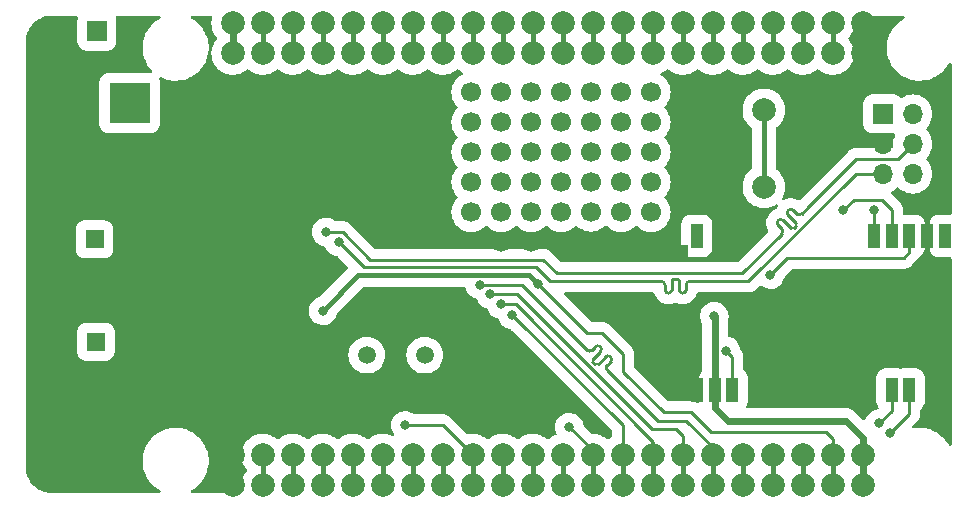
<source format=gbl>
G04 #@! TF.GenerationSoftware,KiCad,Pcbnew,(6.0.5)*
G04 #@! TF.CreationDate,2023-02-02T23:15:04-06:00*
G04 #@! TF.ProjectId,PIC18BT_MCE_Board,50494331-3842-4545-9f4d-43455f426f61,rev?*
G04 #@! TF.SameCoordinates,Original*
G04 #@! TF.FileFunction,Copper,L2,Bot*
G04 #@! TF.FilePolarity,Positive*
%FSLAX46Y46*%
G04 Gerber Fmt 4.6, Leading zero omitted, Abs format (unit mm)*
G04 Created by KiCad (PCBNEW (6.0.5)) date 2023-02-02 23:15:04*
%MOMM*%
%LPD*%
G01*
G04 APERTURE LIST*
G04 #@! TA.AperFunction,ComponentPad*
%ADD10R,1.600000X1.600000*%
G04 #@! TD*
G04 #@! TA.AperFunction,ComponentPad*
%ADD11C,1.600000*%
G04 #@! TD*
G04 #@! TA.AperFunction,ComponentPad*
%ADD12C,1.700000*%
G04 #@! TD*
G04 #@! TA.AperFunction,ComponentPad*
%ADD13C,1.500000*%
G04 #@! TD*
G04 #@! TA.AperFunction,ComponentPad*
%ADD14C,2.000000*%
G04 #@! TD*
G04 #@! TA.AperFunction,ComponentPad*
%ADD15R,3.500000X3.500000*%
G04 #@! TD*
G04 #@! TA.AperFunction,ComponentPad*
%ADD16R,1.700000X1.700000*%
G04 #@! TD*
G04 #@! TA.AperFunction,ComponentPad*
%ADD17O,1.700000X1.700000*%
G04 #@! TD*
G04 #@! TA.AperFunction,SMDPad,CuDef*
%ADD18R,1.000000X2.000000*%
G04 #@! TD*
G04 #@! TA.AperFunction,SMDPad,CuDef*
%ADD19R,2.000000X1.000000*%
G04 #@! TD*
G04 #@! TA.AperFunction,ViaPad*
%ADD20C,0.800000*%
G04 #@! TD*
G04 #@! TA.AperFunction,Conductor*
%ADD21C,0.400000*%
G04 #@! TD*
G04 #@! TA.AperFunction,Conductor*
%ADD22C,0.250000*%
G04 #@! TD*
G04 #@! TA.AperFunction,Conductor*
%ADD23C,0.600000*%
G04 #@! TD*
G04 APERTURE END LIST*
D10*
X111752651Y-102400000D03*
D11*
X108252651Y-102400000D03*
D12*
X143510000Y-88900000D03*
X143510000Y-86360000D03*
X151130000Y-91440000D03*
X143510000Y-83820000D03*
X151130000Y-88900000D03*
X151130000Y-83820000D03*
X151130000Y-93980000D03*
X156210000Y-88900000D03*
X153670000Y-93980000D03*
X158750000Y-88900000D03*
X146050000Y-91440000D03*
X148590000Y-81280000D03*
X158750000Y-86360000D03*
X151130000Y-86360000D03*
D13*
X139590000Y-103540000D03*
X134690000Y-103540000D03*
D12*
X153665328Y-83805986D03*
X158750000Y-83820000D03*
X146050000Y-83820000D03*
X143510000Y-81280000D03*
X146050000Y-88900000D03*
X148590000Y-88900000D03*
X151130000Y-81280000D03*
X153665328Y-91425986D03*
D14*
X123330000Y-112000000D03*
X123330000Y-114540000D03*
X125870000Y-112000000D03*
X125870000Y-114540000D03*
X128410000Y-112000000D03*
X128410000Y-114540000D03*
X130950000Y-114540000D03*
X130950000Y-112000000D03*
X133490000Y-112000000D03*
X133490000Y-114540000D03*
X136030000Y-114540000D03*
X136030000Y-112000000D03*
X138570000Y-112000000D03*
X138570000Y-114540000D03*
X141110000Y-114540000D03*
X141110000Y-112000000D03*
X143650000Y-114540000D03*
X143650000Y-112000000D03*
X146190000Y-112000000D03*
X146190000Y-114540000D03*
X148730000Y-112000000D03*
X148730000Y-114540000D03*
X151270000Y-112000000D03*
X151270000Y-114540000D03*
X153810000Y-114540000D03*
X153810000Y-112000000D03*
X156350000Y-112000000D03*
X156350000Y-114540000D03*
X158890000Y-114540000D03*
X158890000Y-112000000D03*
X161430000Y-112000000D03*
X161430000Y-114540000D03*
X163970000Y-114540000D03*
X163970000Y-112000000D03*
X166510000Y-114540000D03*
X166510000Y-112000000D03*
X169050000Y-112000000D03*
X169050000Y-114540000D03*
X171590000Y-112000000D03*
X171590000Y-114540000D03*
X174130000Y-112000000D03*
X174130000Y-114540000D03*
X176670000Y-112000000D03*
X176670000Y-114540000D03*
X176670000Y-75460000D03*
X176670000Y-78000000D03*
X174130000Y-78000000D03*
X174130000Y-75460000D03*
X171590000Y-75460000D03*
X171590000Y-78000000D03*
X169050000Y-78000000D03*
X169050000Y-75460000D03*
X166510000Y-75460000D03*
X166510000Y-78000000D03*
X163970000Y-78000000D03*
X163970000Y-75460000D03*
X161430000Y-78000000D03*
X161430000Y-75460000D03*
X158890000Y-75460000D03*
X158890000Y-78000000D03*
X156350000Y-75460000D03*
X156350000Y-78000000D03*
X153810000Y-78000000D03*
X153810000Y-75460000D03*
X151270000Y-75460000D03*
X151270000Y-78000000D03*
X148730000Y-75460000D03*
X148730000Y-78000000D03*
X146190000Y-75460000D03*
X146190000Y-78000000D03*
X143650000Y-78000000D03*
X143650000Y-75460000D03*
X141110000Y-75460000D03*
X141110000Y-78000000D03*
X138570000Y-75460000D03*
X138570000Y-78000000D03*
X136030000Y-78000000D03*
X136030000Y-75460000D03*
X133490000Y-78000000D03*
X133490000Y-75460000D03*
X130950000Y-78000000D03*
X130950000Y-75460000D03*
X128410000Y-78000000D03*
X128410000Y-75460000D03*
X125870000Y-75460000D03*
X125870000Y-78000000D03*
X123330000Y-78000000D03*
X123330000Y-75460000D03*
D10*
X111634651Y-93726000D03*
D11*
X108134651Y-93726000D03*
D12*
X158750000Y-81280000D03*
X156210000Y-86360000D03*
X148590000Y-83820000D03*
X156210000Y-93980000D03*
X156210000Y-91440000D03*
X146050000Y-93980000D03*
X153665328Y-86345986D03*
D15*
X114600000Y-82200000D03*
X107600000Y-82200000D03*
X111600000Y-86900000D03*
D12*
X146050000Y-81280000D03*
X148590000Y-91440000D03*
X153670000Y-81280000D03*
X143510000Y-91440000D03*
X156210000Y-81280000D03*
D14*
X163800000Y-82775000D03*
X163800000Y-89275000D03*
X168300000Y-89275000D03*
X168300000Y-82775000D03*
D12*
X148590000Y-86360000D03*
X153665328Y-88885986D03*
D16*
X111835000Y-76120000D03*
D17*
X109295000Y-76120000D03*
D12*
X148590000Y-93980000D03*
X158750000Y-91440000D03*
X146050000Y-86360000D03*
X156210000Y-83820000D03*
D16*
X178370000Y-83120000D03*
D17*
X180910000Y-83120000D03*
X178370000Y-85660000D03*
X180910000Y-85660000D03*
X178370000Y-88200000D03*
X180910000Y-88200000D03*
D18*
X180630000Y-106450000D03*
X179130000Y-106450000D03*
X165630000Y-106450000D03*
X164130000Y-106450000D03*
X162630000Y-106450000D03*
D19*
X160880000Y-94700000D03*
D18*
X162630000Y-93450000D03*
X177630000Y-93450000D03*
X179130000Y-93450000D03*
X180630000Y-93450000D03*
X182130000Y-93450000D03*
X183630000Y-93450000D03*
D20*
X137950000Y-109480000D03*
X151840000Y-109640000D03*
X147000000Y-100140000D03*
X146050000Y-99250000D03*
X145120000Y-98390000D03*
X178060000Y-109320000D03*
X179000000Y-110120000D03*
X144250000Y-97590000D03*
X149210000Y-97550000D03*
X130970000Y-99780000D03*
X138910000Y-89250000D03*
X157590000Y-99030000D03*
X132290000Y-107390000D03*
X142180000Y-107370000D03*
X136060000Y-100520000D03*
X164110000Y-100240000D03*
X131250000Y-93120000D03*
X132310000Y-93960000D03*
X168860000Y-96730000D03*
X175020000Y-91270000D03*
X177630000Y-91250000D03*
X165110000Y-103170000D03*
D21*
X125870000Y-112000000D02*
X125870000Y-114540000D01*
X128410000Y-112000000D02*
X128410000Y-114540000D01*
X130950000Y-112000000D02*
X130950000Y-114540000D01*
X141110000Y-112000000D02*
X141110000Y-114540000D01*
D22*
X137950000Y-109480000D02*
X141130000Y-109480000D01*
D21*
X143650000Y-112000000D02*
X143650000Y-114540000D01*
D22*
X141130000Y-109480000D02*
X143650000Y-112000000D01*
D21*
X146190000Y-112000000D02*
X146190000Y-114540000D01*
X148730000Y-112000000D02*
X148730000Y-114540000D01*
X151270000Y-112000000D02*
X151270000Y-114540000D01*
D22*
X153810000Y-111610000D02*
X153810000Y-112000000D01*
X151840000Y-109640000D02*
X153810000Y-111610000D01*
D21*
X153810000Y-112000000D02*
X153810000Y-114540000D01*
D22*
X156350000Y-109490000D02*
X156350000Y-112000000D01*
X147000000Y-100140000D02*
X156350000Y-109490000D01*
D21*
X156350000Y-112000000D02*
X156350000Y-114540000D01*
D22*
X147280000Y-99250000D02*
X158890000Y-110860000D01*
X158900000Y-111990000D02*
X158890000Y-112000000D01*
D21*
X158890000Y-112000000D02*
X158890000Y-114540000D01*
D22*
X146050000Y-99250000D02*
X147280000Y-99250000D01*
X158890000Y-110860000D02*
X158890000Y-112000000D01*
X145120000Y-98390000D02*
X147410000Y-98390000D01*
X179130000Y-106450000D02*
X179130000Y-108250000D01*
X147410000Y-98390000D02*
X158850000Y-109830000D01*
X158850000Y-109830000D02*
X160870000Y-109830000D01*
D21*
X161430000Y-112000000D02*
X161430000Y-111646000D01*
D22*
X161430000Y-110390000D02*
X161430000Y-112000000D01*
X160870000Y-109830000D02*
X161430000Y-110390000D01*
X179130000Y-108250000D02*
X178060000Y-109320000D01*
D21*
X161430000Y-112000000D02*
X161430000Y-114540000D01*
D22*
X159310000Y-109080000D02*
X161720000Y-109080000D01*
X154259236Y-104312080D02*
X154259237Y-104312080D01*
X180630000Y-106450000D02*
X180630000Y-108490000D01*
X153764264Y-103110000D02*
X154047107Y-102827158D01*
X155319897Y-104099948D02*
X155037053Y-104382789D01*
X154471370Y-103251423D02*
X154471371Y-103251422D01*
X155393402Y-105163402D02*
X159310000Y-109080000D01*
X180630000Y-108490000D02*
X179000000Y-110120000D01*
X161720000Y-109080000D02*
X163970000Y-111330000D01*
X155319896Y-104099949D02*
X155319897Y-104099948D01*
X153834974Y-104170659D02*
X153834973Y-104170659D01*
X153834973Y-104170659D02*
X153976394Y-104312080D01*
X154471371Y-103251422D02*
X154188527Y-103534263D01*
X155037053Y-104807053D02*
X155393402Y-105163402D01*
X163970000Y-111330000D02*
X163970000Y-112000000D01*
X154259237Y-104312080D02*
X154895631Y-103675682D01*
X144250000Y-97590000D02*
X147820000Y-97590000D01*
X153764265Y-103109999D02*
X153764264Y-103110000D01*
D21*
X163970000Y-112000000D02*
X163970000Y-114540000D01*
D22*
X147820000Y-97590000D02*
X153340000Y-103110000D01*
X154188527Y-103534263D02*
X153834973Y-103887816D01*
X153764232Y-103109967D02*
G75*
G02*
X153340000Y-103110000I-212132J212067D01*
G01*
X155319934Y-103675647D02*
G75*
G03*
X154895631Y-103675682I-212134J-212153D01*
G01*
X155037075Y-104807031D02*
G75*
G02*
X155037054Y-104382790I212125J212131D01*
G01*
X154471380Y-103251433D02*
G75*
G03*
X154471371Y-102827158I-212180J212133D01*
G01*
X155319879Y-104099932D02*
G75*
G03*
X155319896Y-103675685I-212079J212132D01*
G01*
X154259235Y-104312079D02*
G75*
G02*
X153976395Y-104312079I-141420J141422D01*
G01*
X153835011Y-104170622D02*
G75*
G02*
X153834973Y-103887816I141389J141422D01*
G01*
X154471370Y-102827159D02*
G75*
G03*
X154047108Y-102827159I-212131J-212131D01*
G01*
D21*
X149210000Y-97550000D02*
X148450489Y-96790489D01*
D22*
X174130000Y-110670000D02*
X173540000Y-110080000D01*
X153310000Y-101650000D02*
X149210000Y-97550000D01*
X159810000Y-108390000D02*
X156365000Y-104945000D01*
D21*
X133959511Y-96790489D02*
X130970000Y-99780000D01*
D22*
X174130000Y-112000000D02*
X174130000Y-110670000D01*
D21*
X148450489Y-96790489D02*
X133959511Y-96790489D01*
D22*
X156365000Y-104945000D02*
X156365000Y-103405000D01*
X154610000Y-101650000D02*
X153310000Y-101650000D01*
D21*
X174130000Y-112000000D02*
X174130000Y-114540000D01*
D22*
X163860000Y-110080000D02*
X162170000Y-108390000D01*
X173540000Y-110080000D02*
X163860000Y-110080000D01*
D21*
X168300000Y-89275000D02*
X168300000Y-82775000D01*
D22*
X162170000Y-108390000D02*
X159810000Y-108390000D01*
X156365000Y-103405000D02*
X154610000Y-101650000D01*
D21*
X143650000Y-75460000D02*
X143650000Y-78000000D01*
X141110000Y-75460000D02*
X141110000Y-78000000D01*
X138570000Y-75460000D02*
X138570000Y-78000000D01*
X136030000Y-75460000D02*
X136030000Y-78000000D01*
X133490000Y-75460000D02*
X133490000Y-78000000D01*
X130950000Y-75460000D02*
X130950000Y-78000000D01*
D23*
X176670000Y-110560000D02*
X175245000Y-109135000D01*
X123330000Y-75460000D02*
X123330000Y-78000000D01*
X176670000Y-112000000D02*
X176670000Y-114540000D01*
X164130000Y-107990000D02*
X165275000Y-109135000D01*
X164130000Y-100260000D02*
X164110000Y-100240000D01*
X176670000Y-112000000D02*
X176670000Y-110560000D01*
X164130000Y-106450000D02*
X164130000Y-100260000D01*
X164130000Y-106450000D02*
X164130000Y-107990000D01*
X175245000Y-109135000D02*
X165275000Y-109135000D01*
D21*
X166510000Y-112000000D02*
X166510000Y-114540000D01*
X169050000Y-112000000D02*
X169050000Y-114540000D01*
X171590000Y-112000000D02*
X171590000Y-114540000D01*
X174130000Y-75460000D02*
X174130000Y-78000000D01*
X171590000Y-75460000D02*
X171590000Y-78000000D01*
X169050000Y-75460000D02*
X169050000Y-78000000D01*
X166510000Y-75460000D02*
X166510000Y-78000000D01*
X163970000Y-75460000D02*
X163970000Y-78000000D01*
X161430000Y-75460000D02*
X161430000Y-78000000D01*
X158890000Y-75460000D02*
X158890000Y-78000000D01*
X156350000Y-75460000D02*
X156350000Y-78000000D01*
X153810000Y-75460000D02*
X153810000Y-78000000D01*
X151270000Y-75460000D02*
X151270000Y-78000000D01*
X148730000Y-75460000D02*
X148730000Y-78000000D01*
X146190000Y-75460000D02*
X146190000Y-78000000D01*
D22*
X171002083Y-92340759D02*
X171002083Y-92340758D01*
D21*
X125870000Y-75460000D02*
X125870000Y-78000000D01*
D22*
X176340000Y-86920000D02*
X177600000Y-86920000D01*
X172078769Y-90981231D02*
X176140000Y-86920000D01*
X134970000Y-95450000D02*
X149610000Y-95450000D01*
X169800000Y-92835736D02*
X169517158Y-92552894D01*
X166440000Y-96620000D02*
X169800000Y-93260000D01*
X170860661Y-92765023D02*
X170860662Y-92765023D01*
X169941424Y-92128630D02*
X169941424Y-92128629D01*
X171497062Y-91562941D02*
X172078769Y-90981231D01*
X176140000Y-86920000D02*
X177600000Y-86920000D01*
X177600000Y-86920000D02*
X179650000Y-86920000D01*
X170860662Y-92765023D02*
X171002083Y-92623601D01*
X171002083Y-92340758D02*
X170365689Y-91704363D01*
X131250000Y-93120000D02*
X132640000Y-93120000D01*
X132640000Y-93120000D02*
X134970000Y-95450000D01*
X150780000Y-96620000D02*
X166440000Y-96620000D01*
X179650000Y-86920000D02*
X180910000Y-85660000D01*
X149610000Y-95450000D02*
X150780000Y-96620000D01*
X170789955Y-91280098D02*
X171072798Y-91562941D01*
X170789955Y-91280099D02*
X170789955Y-91280098D01*
X169941424Y-92128629D02*
X170577819Y-92765023D01*
X171497061Y-91562940D02*
G75*
G02*
X171072799Y-91562940I-212131J212131D01*
G01*
X169799968Y-92835768D02*
G75*
G02*
X169800000Y-93260000I-212068J-212132D01*
G01*
X169941423Y-92128631D02*
G75*
G03*
X169517159Y-92128631I-212132J-212130D01*
G01*
X170365658Y-91280068D02*
G75*
G03*
X170365689Y-91704363I212142J-212132D01*
G01*
X169517196Y-92128668D02*
G75*
G03*
X169517158Y-92552894I212104J-212132D01*
G01*
X171002063Y-92340779D02*
G75*
G02*
X171002083Y-92623601I-141363J-141421D01*
G01*
X170860660Y-92765022D02*
G75*
G02*
X170577820Y-92765022I-141420J141422D01*
G01*
X170789954Y-91280100D02*
G75*
G03*
X170365690Y-91280100I-212132J-212130D01*
G01*
X132310000Y-93960000D02*
X134450000Y-96100000D01*
X176750000Y-88200000D02*
X178370000Y-88200000D01*
X134450000Y-96100000D02*
X149010000Y-96100000D01*
X159930000Y-97600000D02*
X159930000Y-98000000D01*
X149010000Y-96100000D02*
X150210000Y-97300000D01*
X167000000Y-97300000D02*
X176100000Y-88200000D01*
X162588398Y-97300000D02*
X167000000Y-97300000D01*
X161130000Y-97300000D02*
X161130000Y-98000000D01*
X160530000Y-97600000D02*
X160530000Y-97200000D01*
D21*
X128410000Y-75460000D02*
X128410000Y-78000000D01*
D22*
X161130000Y-97200000D02*
X161130000Y-97300000D01*
X161730000Y-98000000D02*
X161730000Y-97600000D01*
X160530000Y-98000000D02*
X160530000Y-97600000D01*
X176100000Y-88200000D02*
X178370000Y-88200000D01*
X150210000Y-97300000D02*
X159630000Y-97300000D01*
X160630000Y-97100000D02*
X161030000Y-97100000D01*
X162030000Y-97300000D02*
X162588398Y-97300000D01*
X161430000Y-98300000D02*
G75*
G02*
X161130000Y-98000000I0J300000D01*
G01*
X160530000Y-98000000D02*
G75*
G02*
X160230000Y-98300000I-300000J0D01*
G01*
X161730000Y-98000000D02*
G75*
G02*
X161430000Y-98300000I-300000J0D01*
G01*
X162030000Y-97300000D02*
G75*
G03*
X161730000Y-97600000I0J-300000D01*
G01*
X160630000Y-97100000D02*
G75*
G03*
X160530000Y-97200000I0J-100000D01*
G01*
X160230000Y-98300000D02*
G75*
G02*
X159930000Y-98000000I0J300000D01*
G01*
X161130000Y-97200000D02*
G75*
G03*
X161030000Y-97100000I-100000J0D01*
G01*
X159930000Y-97600000D02*
G75*
G03*
X159630000Y-97300000I-300000J0D01*
G01*
X180630000Y-94790000D02*
X180130000Y-95290000D01*
X180630000Y-93450000D02*
X180630000Y-94790000D01*
X170300000Y-95290000D02*
X168860000Y-96730000D01*
X180130000Y-95290000D02*
X170300000Y-95290000D01*
X175900000Y-90390000D02*
X175020000Y-91270000D01*
X178310000Y-90390000D02*
X175900000Y-90390000D01*
X179130000Y-91210000D02*
X178310000Y-90390000D01*
X179130000Y-93450000D02*
X179130000Y-91210000D01*
X177630000Y-93450000D02*
X177630000Y-91250000D01*
X165630000Y-106450000D02*
X165630000Y-103690000D01*
X165630000Y-103690000D02*
X165110000Y-103170000D01*
D21*
X138570000Y-112000000D02*
X138570000Y-114540000D01*
X133490000Y-112000000D02*
X133490000Y-114540000D01*
X136030000Y-112000000D02*
X136030000Y-114540000D01*
G04 #@! TA.AperFunction,Conductor*
G36*
X110190046Y-74820502D02*
G01*
X110236539Y-74874158D01*
X110246643Y-74944432D01*
X110235366Y-74981337D01*
X110225173Y-75002423D01*
X110223589Y-75009284D01*
X110205549Y-75087426D01*
X110184774Y-75177411D01*
X110184500Y-75182163D01*
X110184501Y-77057836D01*
X110184774Y-77062589D01*
X110225173Y-77237577D01*
X110303336Y-77399266D01*
X110415380Y-77539620D01*
X110555734Y-77651664D01*
X110562077Y-77654730D01*
X110562078Y-77654731D01*
X110612126Y-77678925D01*
X110717423Y-77729827D01*
X110724284Y-77731411D01*
X110887212Y-77769026D01*
X110887215Y-77769026D01*
X110892411Y-77770226D01*
X110897163Y-77770500D01*
X110898987Y-77770500D01*
X111843037Y-77770499D01*
X112772836Y-77770499D01*
X112777589Y-77770226D01*
X112952577Y-77729827D01*
X113057874Y-77678925D01*
X113107922Y-77654731D01*
X113107923Y-77654730D01*
X113114266Y-77651664D01*
X113254620Y-77539620D01*
X113366664Y-77399266D01*
X113444827Y-77237577D01*
X113458680Y-77177573D01*
X113484026Y-77067788D01*
X113484026Y-77067785D01*
X113485226Y-77062589D01*
X113485500Y-77057837D01*
X113485499Y-75182164D01*
X113485226Y-75177411D01*
X113444827Y-75002423D01*
X113434634Y-74981337D01*
X113422995Y-74911301D01*
X113451068Y-74846091D01*
X113509940Y-74806409D01*
X113548075Y-74800500D01*
X117097501Y-74800500D01*
X117165622Y-74820502D01*
X117212115Y-74874158D01*
X117222219Y-74944432D01*
X117192725Y-75009012D01*
X117154750Y-75037936D01*
X117155022Y-75038431D01*
X117151839Y-75040181D01*
X117148562Y-75041744D01*
X116874974Y-75213366D01*
X116872140Y-75215636D01*
X116872135Y-75215640D01*
X116806914Y-75267892D01*
X116622924Y-75415296D01*
X116395754Y-75644858D01*
X116196474Y-75899008D01*
X116194581Y-75902097D01*
X116194579Y-75902100D01*
X116151650Y-75972154D01*
X116027727Y-76174379D01*
X115891748Y-76467320D01*
X115890608Y-76470767D01*
X115799663Y-76745760D01*
X115790340Y-76773949D01*
X115789604Y-76777504D01*
X115789603Y-76777507D01*
X115738057Y-77026416D01*
X115724848Y-77090201D01*
X115713385Y-77218635D01*
X115696773Y-77404774D01*
X115696138Y-77411885D01*
X115696233Y-77415515D01*
X115696233Y-77415517D01*
X115697623Y-77468601D01*
X115703131Y-77678925D01*
X115704592Y-77734737D01*
X115750098Y-78054477D01*
X115832053Y-78366869D01*
X115949369Y-78667770D01*
X115951073Y-78670988D01*
X116075320Y-78905649D01*
X116100493Y-78953193D01*
X116102545Y-78956178D01*
X116102550Y-78956187D01*
X116281364Y-79216363D01*
X116281370Y-79216370D01*
X116283421Y-79219355D01*
X116460921Y-79422827D01*
X116476487Y-79440671D01*
X116506195Y-79505153D01*
X116496325Y-79575460D01*
X116450011Y-79629270D01*
X116381538Y-79649500D01*
X112875613Y-79649501D01*
X112762164Y-79649501D01*
X112757411Y-79649774D01*
X112582423Y-79690173D01*
X112507940Y-79726179D01*
X112438485Y-79759755D01*
X112420734Y-79768336D01*
X112280380Y-79880380D01*
X112168336Y-80020734D01*
X112090173Y-80182423D01*
X112088589Y-80189284D01*
X112060472Y-80311074D01*
X112049774Y-80357411D01*
X112049500Y-80362163D01*
X112049501Y-84037836D01*
X112049774Y-84042589D01*
X112090173Y-84217577D01*
X112168336Y-84379266D01*
X112280380Y-84519620D01*
X112420734Y-84631664D01*
X112427077Y-84634730D01*
X112427078Y-84634731D01*
X112507940Y-84673821D01*
X112582423Y-84709827D01*
X112589284Y-84711411D01*
X112752212Y-84749026D01*
X112752215Y-84749026D01*
X112757411Y-84750226D01*
X112762163Y-84750500D01*
X112763987Y-84750500D01*
X114615751Y-84750499D01*
X116437836Y-84750499D01*
X116442589Y-84750226D01*
X116617577Y-84709827D01*
X116692060Y-84673821D01*
X116772922Y-84634731D01*
X116772923Y-84634730D01*
X116779266Y-84631664D01*
X116919620Y-84519620D01*
X117031664Y-84379266D01*
X117109827Y-84217577D01*
X117125902Y-84147950D01*
X117149026Y-84047788D01*
X117149026Y-84047785D01*
X117150226Y-84042589D01*
X117150500Y-84037837D01*
X117150499Y-80362164D01*
X117150226Y-80357411D01*
X117109827Y-80182423D01*
X117108892Y-80180490D01*
X117105233Y-80111527D01*
X117140397Y-80049851D01*
X117203324Y-80016977D01*
X117274035Y-80023343D01*
X117278497Y-80025297D01*
X117279070Y-80025616D01*
X117577448Y-80149208D01*
X117580942Y-80150203D01*
X117580944Y-80150204D01*
X117884554Y-80236690D01*
X117884559Y-80236691D01*
X117888055Y-80237687D01*
X118107264Y-80273584D01*
X118203192Y-80289293D01*
X118203196Y-80289293D01*
X118206772Y-80289879D01*
X118210398Y-80290050D01*
X118525749Y-80304921D01*
X118525750Y-80304921D01*
X118529376Y-80305092D01*
X118558582Y-80303101D01*
X118847960Y-80283374D01*
X118847968Y-80283373D01*
X118851591Y-80283126D01*
X118855167Y-80282463D01*
X118855169Y-80282463D01*
X119165580Y-80224932D01*
X119165584Y-80224931D01*
X119169145Y-80224271D01*
X119477830Y-80129307D01*
X119711353Y-80026797D01*
X119770232Y-80000951D01*
X119770236Y-80000949D01*
X119773555Y-79999492D01*
X119868863Y-79943799D01*
X120049259Y-79838384D01*
X120049261Y-79838383D01*
X120052399Y-79836549D01*
X120079877Y-79815918D01*
X120307761Y-79644819D01*
X120307765Y-79644816D01*
X120310668Y-79642636D01*
X120544936Y-79420323D01*
X120752101Y-79172557D01*
X120806251Y-79090122D01*
X120927427Y-78905649D01*
X120927432Y-78905640D01*
X120929414Y-78902623D01*
X121036736Y-78689238D01*
X121072900Y-78617334D01*
X121072903Y-78617326D01*
X121074527Y-78614098D01*
X121163765Y-78370246D01*
X121184269Y-78314216D01*
X121184270Y-78314212D01*
X121185517Y-78310805D01*
X121186362Y-78307283D01*
X121186365Y-78307275D01*
X121260064Y-78000295D01*
X121260065Y-78000291D01*
X121260911Y-77996766D01*
X121266803Y-77948081D01*
X121293058Y-77731112D01*
X121299710Y-77676143D01*
X121305246Y-77500000D01*
X121301042Y-77427091D01*
X121286864Y-77181193D01*
X121286863Y-77181188D01*
X121286655Y-77177573D01*
X121270786Y-77086651D01*
X121231752Y-76862993D01*
X121231750Y-76862986D01*
X121231128Y-76859420D01*
X121206865Y-76777507D01*
X121140434Y-76553242D01*
X121139402Y-76549757D01*
X121110129Y-76481126D01*
X121014114Y-76256023D01*
X121012692Y-76252689D01*
X120852677Y-75972154D01*
X120827535Y-75937927D01*
X120663622Y-75714786D01*
X120663620Y-75714783D01*
X120661479Y-75711869D01*
X120441632Y-75475285D01*
X120427436Y-75463160D01*
X120198805Y-75267892D01*
X120196049Y-75265538D01*
X119927986Y-75085407D01*
X119864112Y-75052439D01*
X119837040Y-75038466D01*
X119785681Y-74989448D01*
X119768976Y-74920444D01*
X119792228Y-74853364D01*
X119848056Y-74809503D01*
X119894830Y-74800500D01*
X121477747Y-74800500D01*
X121545868Y-74820502D01*
X121592361Y-74874158D01*
X121602465Y-74944432D01*
X121599873Y-74957503D01*
X121551881Y-75146470D01*
X121525070Y-75412736D01*
X121525294Y-75417403D01*
X121525294Y-75417408D01*
X121527189Y-75456850D01*
X121537909Y-75680041D01*
X121590118Y-75942512D01*
X121591698Y-75946912D01*
X121591698Y-75946913D01*
X121601892Y-75975305D01*
X121680549Y-76194383D01*
X121682765Y-76198507D01*
X121750982Y-76325465D01*
X121807215Y-76430121D01*
X121967335Y-76644547D01*
X121970654Y-76647837D01*
X121972927Y-76650452D01*
X122002521Y-76714987D01*
X121992527Y-76785277D01*
X121974706Y-76813683D01*
X121860075Y-76951512D01*
X121857652Y-76955505D01*
X121789519Y-77067785D01*
X121721244Y-77180298D01*
X121719437Y-77184606D01*
X121719437Y-77184607D01*
X121625650Y-77408264D01*
X121617755Y-77427091D01*
X121616604Y-77431623D01*
X121616603Y-77431626D01*
X121553797Y-77678925D01*
X121551881Y-77686470D01*
X121551412Y-77691128D01*
X121550279Y-77702381D01*
X121549864Y-77703402D01*
X121549940Y-77705742D01*
X121546659Y-77738328D01*
X121525070Y-77952736D01*
X121537909Y-78220041D01*
X121590118Y-78482512D01*
X121680549Y-78734383D01*
X121709401Y-78788080D01*
X121767692Y-78896564D01*
X121807215Y-78970121D01*
X121810010Y-78973864D01*
X121810012Y-78973867D01*
X121960455Y-79175334D01*
X121967335Y-79184547D01*
X121970642Y-79187825D01*
X121970647Y-79187831D01*
X122146143Y-79361801D01*
X122157390Y-79372950D01*
X122161156Y-79375712D01*
X122161158Y-79375713D01*
X122225414Y-79422827D01*
X122373205Y-79531192D01*
X122377340Y-79533368D01*
X122377344Y-79533370D01*
X122506918Y-79601542D01*
X122610039Y-79655797D01*
X122614458Y-79657340D01*
X122858273Y-79742484D01*
X122858279Y-79742486D01*
X122862690Y-79744026D01*
X122867283Y-79744898D01*
X123013892Y-79772733D01*
X123125606Y-79793943D01*
X123252616Y-79798933D01*
X123388345Y-79804266D01*
X123388350Y-79804266D01*
X123393013Y-79804449D01*
X123488943Y-79793943D01*
X123654382Y-79775825D01*
X123654387Y-79775824D01*
X123659035Y-79775315D01*
X123774567Y-79744898D01*
X123913309Y-79708370D01*
X123917829Y-79707180D01*
X124052084Y-79649500D01*
X124159407Y-79603391D01*
X124159410Y-79603389D01*
X124163710Y-79601542D01*
X124167690Y-79599079D01*
X124167694Y-79599077D01*
X124387302Y-79463179D01*
X124387306Y-79463176D01*
X124391275Y-79460720D01*
X124516022Y-79355114D01*
X124580938Y-79326365D01*
X124651091Y-79337277D01*
X124686143Y-79361801D01*
X124697390Y-79372950D01*
X124701156Y-79375712D01*
X124701158Y-79375713D01*
X124765414Y-79422827D01*
X124913205Y-79531192D01*
X124917340Y-79533368D01*
X124917344Y-79533370D01*
X125046918Y-79601542D01*
X125150039Y-79655797D01*
X125154458Y-79657340D01*
X125398273Y-79742484D01*
X125398279Y-79742486D01*
X125402690Y-79744026D01*
X125407283Y-79744898D01*
X125553892Y-79772733D01*
X125665606Y-79793943D01*
X125792616Y-79798933D01*
X125928345Y-79804266D01*
X125928350Y-79804266D01*
X125933013Y-79804449D01*
X126028943Y-79793943D01*
X126194382Y-79775825D01*
X126194387Y-79775824D01*
X126199035Y-79775315D01*
X126314567Y-79744898D01*
X126453309Y-79708370D01*
X126457829Y-79707180D01*
X126592084Y-79649500D01*
X126699407Y-79603391D01*
X126699410Y-79603389D01*
X126703710Y-79601542D01*
X126707690Y-79599079D01*
X126707694Y-79599077D01*
X126927302Y-79463179D01*
X126927306Y-79463176D01*
X126931275Y-79460720D01*
X127056022Y-79355114D01*
X127120938Y-79326365D01*
X127191091Y-79337277D01*
X127226143Y-79361801D01*
X127237390Y-79372950D01*
X127241156Y-79375712D01*
X127241158Y-79375713D01*
X127305414Y-79422827D01*
X127453205Y-79531192D01*
X127457340Y-79533368D01*
X127457344Y-79533370D01*
X127586918Y-79601542D01*
X127690039Y-79655797D01*
X127694458Y-79657340D01*
X127938273Y-79742484D01*
X127938279Y-79742486D01*
X127942690Y-79744026D01*
X127947283Y-79744898D01*
X128093892Y-79772733D01*
X128205606Y-79793943D01*
X128332616Y-79798933D01*
X128468345Y-79804266D01*
X128468350Y-79804266D01*
X128473013Y-79804449D01*
X128568943Y-79793943D01*
X128734382Y-79775825D01*
X128734387Y-79775824D01*
X128739035Y-79775315D01*
X128854567Y-79744898D01*
X128993309Y-79708370D01*
X128997829Y-79707180D01*
X129132084Y-79649500D01*
X129239407Y-79603391D01*
X129239410Y-79603389D01*
X129243710Y-79601542D01*
X129247690Y-79599079D01*
X129247694Y-79599077D01*
X129467302Y-79463179D01*
X129467306Y-79463176D01*
X129471275Y-79460720D01*
X129596022Y-79355114D01*
X129660938Y-79326365D01*
X129731091Y-79337277D01*
X129766143Y-79361801D01*
X129777390Y-79372950D01*
X129781156Y-79375712D01*
X129781158Y-79375713D01*
X129845414Y-79422827D01*
X129993205Y-79531192D01*
X129997340Y-79533368D01*
X129997344Y-79533370D01*
X130126918Y-79601542D01*
X130230039Y-79655797D01*
X130234458Y-79657340D01*
X130478273Y-79742484D01*
X130478279Y-79742486D01*
X130482690Y-79744026D01*
X130487283Y-79744898D01*
X130633892Y-79772733D01*
X130745606Y-79793943D01*
X130872616Y-79798933D01*
X131008345Y-79804266D01*
X131008350Y-79804266D01*
X131013013Y-79804449D01*
X131108943Y-79793943D01*
X131274382Y-79775825D01*
X131274387Y-79775824D01*
X131279035Y-79775315D01*
X131394567Y-79744898D01*
X131533309Y-79708370D01*
X131537829Y-79707180D01*
X131672084Y-79649500D01*
X131779407Y-79603391D01*
X131779410Y-79603389D01*
X131783710Y-79601542D01*
X131787690Y-79599079D01*
X131787694Y-79599077D01*
X132007302Y-79463179D01*
X132007306Y-79463176D01*
X132011275Y-79460720D01*
X132136022Y-79355114D01*
X132200938Y-79326365D01*
X132271091Y-79337277D01*
X132306143Y-79361801D01*
X132317390Y-79372950D01*
X132321156Y-79375712D01*
X132321158Y-79375713D01*
X132385414Y-79422827D01*
X132533205Y-79531192D01*
X132537340Y-79533368D01*
X132537344Y-79533370D01*
X132666918Y-79601542D01*
X132770039Y-79655797D01*
X132774458Y-79657340D01*
X133018273Y-79742484D01*
X133018279Y-79742486D01*
X133022690Y-79744026D01*
X133027283Y-79744898D01*
X133173892Y-79772733D01*
X133285606Y-79793943D01*
X133412616Y-79798933D01*
X133548345Y-79804266D01*
X133548350Y-79804266D01*
X133553013Y-79804449D01*
X133648943Y-79793943D01*
X133814382Y-79775825D01*
X133814387Y-79775824D01*
X133819035Y-79775315D01*
X133934567Y-79744898D01*
X134073309Y-79708370D01*
X134077829Y-79707180D01*
X134212084Y-79649500D01*
X134319407Y-79603391D01*
X134319410Y-79603389D01*
X134323710Y-79601542D01*
X134327690Y-79599079D01*
X134327694Y-79599077D01*
X134547302Y-79463179D01*
X134547306Y-79463176D01*
X134551275Y-79460720D01*
X134676022Y-79355114D01*
X134740938Y-79326365D01*
X134811091Y-79337277D01*
X134846143Y-79361801D01*
X134857390Y-79372950D01*
X134861156Y-79375712D01*
X134861158Y-79375713D01*
X134925414Y-79422827D01*
X135073205Y-79531192D01*
X135077340Y-79533368D01*
X135077344Y-79533370D01*
X135206918Y-79601542D01*
X135310039Y-79655797D01*
X135314458Y-79657340D01*
X135558273Y-79742484D01*
X135558279Y-79742486D01*
X135562690Y-79744026D01*
X135567283Y-79744898D01*
X135713892Y-79772733D01*
X135825606Y-79793943D01*
X135952616Y-79798933D01*
X136088345Y-79804266D01*
X136088350Y-79804266D01*
X136093013Y-79804449D01*
X136188943Y-79793943D01*
X136354382Y-79775825D01*
X136354387Y-79775824D01*
X136359035Y-79775315D01*
X136474567Y-79744898D01*
X136613309Y-79708370D01*
X136617829Y-79707180D01*
X136752084Y-79649500D01*
X136859407Y-79603391D01*
X136859410Y-79603389D01*
X136863710Y-79601542D01*
X136867690Y-79599079D01*
X136867694Y-79599077D01*
X137087302Y-79463179D01*
X137087306Y-79463176D01*
X137091275Y-79460720D01*
X137216022Y-79355114D01*
X137280938Y-79326365D01*
X137351091Y-79337277D01*
X137386143Y-79361801D01*
X137397390Y-79372950D01*
X137401156Y-79375712D01*
X137401158Y-79375713D01*
X137465414Y-79422827D01*
X137613205Y-79531192D01*
X137617340Y-79533368D01*
X137617344Y-79533370D01*
X137746918Y-79601542D01*
X137850039Y-79655797D01*
X137854458Y-79657340D01*
X138098273Y-79742484D01*
X138098279Y-79742486D01*
X138102690Y-79744026D01*
X138107283Y-79744898D01*
X138253892Y-79772733D01*
X138365606Y-79793943D01*
X138492616Y-79798933D01*
X138628345Y-79804266D01*
X138628350Y-79804266D01*
X138633013Y-79804449D01*
X138728943Y-79793943D01*
X138894382Y-79775825D01*
X138894387Y-79775824D01*
X138899035Y-79775315D01*
X139014567Y-79744898D01*
X139153309Y-79708370D01*
X139157829Y-79707180D01*
X139292084Y-79649500D01*
X139399407Y-79603391D01*
X139399410Y-79603389D01*
X139403710Y-79601542D01*
X139407690Y-79599079D01*
X139407694Y-79599077D01*
X139627302Y-79463179D01*
X139627306Y-79463176D01*
X139631275Y-79460720D01*
X139756022Y-79355114D01*
X139820938Y-79326365D01*
X139891091Y-79337277D01*
X139926143Y-79361801D01*
X139937390Y-79372950D01*
X139941156Y-79375712D01*
X139941158Y-79375713D01*
X140005414Y-79422827D01*
X140153205Y-79531192D01*
X140157340Y-79533368D01*
X140157344Y-79533370D01*
X140286918Y-79601542D01*
X140390039Y-79655797D01*
X140394458Y-79657340D01*
X140638273Y-79742484D01*
X140638279Y-79742486D01*
X140642690Y-79744026D01*
X140647283Y-79744898D01*
X140793892Y-79772733D01*
X140905606Y-79793943D01*
X141032616Y-79798933D01*
X141168345Y-79804266D01*
X141168350Y-79804266D01*
X141173013Y-79804449D01*
X141268943Y-79793943D01*
X141434382Y-79775825D01*
X141434387Y-79775824D01*
X141439035Y-79775315D01*
X141554567Y-79744898D01*
X141693309Y-79708370D01*
X141697829Y-79707180D01*
X141832084Y-79649500D01*
X141939407Y-79603391D01*
X141939410Y-79603389D01*
X141943710Y-79601542D01*
X141947690Y-79599079D01*
X141947694Y-79599077D01*
X142167302Y-79463179D01*
X142167306Y-79463176D01*
X142171275Y-79460720D01*
X142296022Y-79355114D01*
X142360938Y-79326365D01*
X142431091Y-79337277D01*
X142466143Y-79361801D01*
X142477390Y-79372950D01*
X142481156Y-79375712D01*
X142481158Y-79375713D01*
X142545414Y-79422827D01*
X142693205Y-79531192D01*
X142697340Y-79533368D01*
X142697344Y-79533370D01*
X142775152Y-79574307D01*
X142826125Y-79623727D01*
X142842287Y-79692859D01*
X142818508Y-79759755D01*
X142767146Y-79800295D01*
X142767355Y-79800705D01*
X142765303Y-79801751D01*
X142764704Y-79802223D01*
X142758372Y-79804846D01*
X142536860Y-79940588D01*
X142339311Y-80109311D01*
X142170588Y-80306860D01*
X142034846Y-80528372D01*
X141935427Y-80768390D01*
X141934272Y-80773202D01*
X141875934Y-81016193D01*
X141875933Y-81016199D01*
X141874779Y-81021006D01*
X141854396Y-81280000D01*
X141874779Y-81538994D01*
X141875933Y-81543801D01*
X141875934Y-81543807D01*
X141899737Y-81642951D01*
X141935427Y-81791610D01*
X141937320Y-81796181D01*
X141937321Y-81796183D01*
X142025591Y-82009284D01*
X142034846Y-82031628D01*
X142170588Y-82253140D01*
X142339311Y-82450689D01*
X142343067Y-82453897D01*
X142343072Y-82453902D01*
X142343408Y-82454189D01*
X142343500Y-82454330D01*
X142346575Y-82457405D01*
X142345929Y-82458051D01*
X142382217Y-82513639D01*
X142382725Y-82584634D01*
X142345905Y-82641925D01*
X142346575Y-82642595D01*
X142343496Y-82645674D01*
X142343408Y-82645811D01*
X142343072Y-82646098D01*
X142343067Y-82646103D01*
X142339311Y-82649311D01*
X142170588Y-82846860D01*
X142034846Y-83068372D01*
X142032953Y-83072942D01*
X142032951Y-83072946D01*
X141956501Y-83257512D01*
X141935427Y-83308390D01*
X141934272Y-83313202D01*
X141875934Y-83556193D01*
X141875933Y-83556199D01*
X141874779Y-83561006D01*
X141854396Y-83820000D01*
X141874779Y-84078994D01*
X141875933Y-84083801D01*
X141875934Y-84083807D01*
X141891334Y-84147950D01*
X141935427Y-84331610D01*
X141937320Y-84336181D01*
X141937321Y-84336183D01*
X142021588Y-84539620D01*
X142034846Y-84571628D01*
X142170588Y-84793140D01*
X142339311Y-84990689D01*
X142343067Y-84993897D01*
X142343072Y-84993902D01*
X142343408Y-84994189D01*
X142343500Y-84994330D01*
X142346575Y-84997405D01*
X142345929Y-84998051D01*
X142382217Y-85053639D01*
X142382725Y-85124634D01*
X142345905Y-85181925D01*
X142346575Y-85182595D01*
X142343496Y-85185674D01*
X142343408Y-85185811D01*
X142343072Y-85186098D01*
X142343067Y-85186103D01*
X142339311Y-85189311D01*
X142170588Y-85386860D01*
X142034846Y-85608372D01*
X142032953Y-85612942D01*
X142032951Y-85612946D01*
X141937321Y-85843817D01*
X141935427Y-85848390D01*
X141919661Y-85914060D01*
X141875934Y-86096193D01*
X141875933Y-86096199D01*
X141874779Y-86101006D01*
X141854396Y-86360000D01*
X141874779Y-86618994D01*
X141875933Y-86623801D01*
X141875934Y-86623807D01*
X141914220Y-86783276D01*
X141935427Y-86871610D01*
X141937320Y-86876181D01*
X141937321Y-86876183D01*
X141997700Y-87021949D01*
X142034846Y-87111628D01*
X142170588Y-87333140D01*
X142339311Y-87530689D01*
X142343067Y-87533897D01*
X142343072Y-87533902D01*
X142343408Y-87534189D01*
X142343500Y-87534330D01*
X142346575Y-87537405D01*
X142345929Y-87538051D01*
X142382217Y-87593639D01*
X142382725Y-87664634D01*
X142345905Y-87721925D01*
X142346575Y-87722595D01*
X142343496Y-87725674D01*
X142343408Y-87725811D01*
X142343072Y-87726098D01*
X142343067Y-87726103D01*
X142339311Y-87729311D01*
X142170588Y-87926860D01*
X142034846Y-88148372D01*
X142032953Y-88152942D01*
X142032951Y-88152946D01*
X142003968Y-88222918D01*
X141935427Y-88388390D01*
X141934272Y-88393202D01*
X141875934Y-88636193D01*
X141875933Y-88636199D01*
X141874779Y-88641006D01*
X141854396Y-88900000D01*
X141874779Y-89158994D01*
X141875933Y-89163801D01*
X141875934Y-89163807D01*
X141898065Y-89255988D01*
X141935427Y-89411610D01*
X141937320Y-89416181D01*
X141937321Y-89416183D01*
X142027946Y-89634969D01*
X142034846Y-89651628D01*
X142170588Y-89873140D01*
X142339311Y-90070689D01*
X142343067Y-90073897D01*
X142343072Y-90073902D01*
X142343408Y-90074189D01*
X142343500Y-90074330D01*
X142346575Y-90077405D01*
X142345929Y-90078051D01*
X142382217Y-90133639D01*
X142382725Y-90204634D01*
X142345905Y-90261925D01*
X142346575Y-90262595D01*
X142343496Y-90265674D01*
X142343408Y-90265811D01*
X142343072Y-90266098D01*
X142343067Y-90266103D01*
X142339311Y-90269311D01*
X142336103Y-90273067D01*
X142331824Y-90278077D01*
X142170588Y-90466860D01*
X142034846Y-90688372D01*
X142032953Y-90692942D01*
X142032951Y-90692946D01*
X141965937Y-90854732D01*
X141935427Y-90928390D01*
X141915777Y-91010239D01*
X141875934Y-91176193D01*
X141875933Y-91176199D01*
X141874779Y-91181006D01*
X141854396Y-91440000D01*
X141874779Y-91698994D01*
X141875933Y-91703801D01*
X141875934Y-91703807D01*
X141894861Y-91782641D01*
X141935427Y-91951610D01*
X141937320Y-91956181D01*
X141937321Y-91956183D01*
X142027751Y-92174498D01*
X142034846Y-92191628D01*
X142170588Y-92413140D01*
X142252508Y-92509056D01*
X142336101Y-92606930D01*
X142339311Y-92610689D01*
X142536860Y-92779412D01*
X142758372Y-92915154D01*
X142762942Y-92917047D01*
X142762946Y-92917049D01*
X142993817Y-93012679D01*
X142998390Y-93014573D01*
X143012894Y-93018055D01*
X143246193Y-93074066D01*
X143246199Y-93074067D01*
X143251006Y-93075221D01*
X143510000Y-93095604D01*
X143768994Y-93075221D01*
X143773801Y-93074067D01*
X143773807Y-93074066D01*
X144007106Y-93018055D01*
X144021610Y-93014573D01*
X144026183Y-93012679D01*
X144257054Y-92917049D01*
X144257058Y-92917047D01*
X144261628Y-92915154D01*
X144483140Y-92779412D01*
X144680689Y-92610689D01*
X144683897Y-92606933D01*
X144683902Y-92606928D01*
X144684189Y-92606592D01*
X144684330Y-92606500D01*
X144687405Y-92603425D01*
X144688051Y-92604071D01*
X144743639Y-92567783D01*
X144814634Y-92567275D01*
X144871925Y-92604095D01*
X144872595Y-92603425D01*
X144875674Y-92606504D01*
X144875811Y-92606592D01*
X144876098Y-92606928D01*
X144876103Y-92606933D01*
X144879311Y-92610689D01*
X145076860Y-92779412D01*
X145298372Y-92915154D01*
X145302942Y-92917047D01*
X145302946Y-92917049D01*
X145533817Y-93012679D01*
X145538390Y-93014573D01*
X145552894Y-93018055D01*
X145786193Y-93074066D01*
X145786199Y-93074067D01*
X145791006Y-93075221D01*
X146050000Y-93095604D01*
X146308994Y-93075221D01*
X146313801Y-93074067D01*
X146313807Y-93074066D01*
X146547106Y-93018055D01*
X146561610Y-93014573D01*
X146566183Y-93012679D01*
X146797054Y-92917049D01*
X146797058Y-92917047D01*
X146801628Y-92915154D01*
X147023140Y-92779412D01*
X147220689Y-92610689D01*
X147223897Y-92606933D01*
X147223902Y-92606928D01*
X147224189Y-92606592D01*
X147224330Y-92606500D01*
X147227405Y-92603425D01*
X147228051Y-92604071D01*
X147283639Y-92567783D01*
X147354634Y-92567275D01*
X147411925Y-92604095D01*
X147412595Y-92603425D01*
X147415674Y-92606504D01*
X147415811Y-92606592D01*
X147416098Y-92606928D01*
X147416103Y-92606933D01*
X147419311Y-92610689D01*
X147616860Y-92779412D01*
X147838372Y-92915154D01*
X147842942Y-92917047D01*
X147842946Y-92917049D01*
X148073817Y-93012679D01*
X148078390Y-93014573D01*
X148092894Y-93018055D01*
X148326193Y-93074066D01*
X148326199Y-93074067D01*
X148331006Y-93075221D01*
X148590000Y-93095604D01*
X148848994Y-93075221D01*
X148853801Y-93074067D01*
X148853807Y-93074066D01*
X149087106Y-93018055D01*
X149101610Y-93014573D01*
X149106183Y-93012679D01*
X149337054Y-92917049D01*
X149337058Y-92917047D01*
X149341628Y-92915154D01*
X149563140Y-92779412D01*
X149760689Y-92610689D01*
X149763897Y-92606933D01*
X149763902Y-92606928D01*
X149764189Y-92606592D01*
X149764330Y-92606500D01*
X149767405Y-92603425D01*
X149768051Y-92604071D01*
X149823639Y-92567783D01*
X149894634Y-92567275D01*
X149951925Y-92604095D01*
X149952595Y-92603425D01*
X149955674Y-92606504D01*
X149955811Y-92606592D01*
X149956098Y-92606928D01*
X149956103Y-92606933D01*
X149959311Y-92610689D01*
X150156860Y-92779412D01*
X150378372Y-92915154D01*
X150382942Y-92917047D01*
X150382946Y-92917049D01*
X150613817Y-93012679D01*
X150618390Y-93014573D01*
X150632894Y-93018055D01*
X150866193Y-93074066D01*
X150866199Y-93074067D01*
X150871006Y-93075221D01*
X151130000Y-93095604D01*
X151388994Y-93075221D01*
X151393801Y-93074067D01*
X151393807Y-93074066D01*
X151627106Y-93018055D01*
X151641610Y-93014573D01*
X151646183Y-93012679D01*
X151877054Y-92917049D01*
X151877058Y-92917047D01*
X151881628Y-92915154D01*
X152103140Y-92779412D01*
X152300689Y-92610689D01*
X152303900Y-92606930D01*
X152303904Y-92606926D01*
X152308218Y-92601875D01*
X152367668Y-92563066D01*
X152438663Y-92562560D01*
X152492627Y-92594319D01*
X152494639Y-92596675D01*
X152692188Y-92765398D01*
X152913700Y-92901140D01*
X152918270Y-92903033D01*
X152918274Y-92903035D01*
X153149145Y-92998665D01*
X153153718Y-93000559D01*
X153216901Y-93015728D01*
X153401521Y-93060052D01*
X153401527Y-93060053D01*
X153406334Y-93061207D01*
X153665328Y-93081590D01*
X153924322Y-93061207D01*
X153929129Y-93060053D01*
X153929135Y-93060052D01*
X154113755Y-93015728D01*
X154176938Y-93000559D01*
X154181511Y-92998665D01*
X154412382Y-92903035D01*
X154412386Y-92903033D01*
X154416956Y-92901140D01*
X154638468Y-92765398D01*
X154819609Y-92610689D01*
X154832253Y-92599890D01*
X154832255Y-92599888D01*
X154836017Y-92596675D01*
X154839234Y-92592908D01*
X154842568Y-92589574D01*
X154904879Y-92555546D01*
X154975695Y-92560609D01*
X155027476Y-92596833D01*
X155036100Y-92606930D01*
X155039311Y-92610689D01*
X155236860Y-92779412D01*
X155458372Y-92915154D01*
X155462942Y-92917047D01*
X155462946Y-92917049D01*
X155693817Y-93012679D01*
X155698390Y-93014573D01*
X155712894Y-93018055D01*
X155946193Y-93074066D01*
X155946199Y-93074067D01*
X155951006Y-93075221D01*
X156210000Y-93095604D01*
X156468994Y-93075221D01*
X156473801Y-93074067D01*
X156473807Y-93074066D01*
X156707106Y-93018055D01*
X156721610Y-93014573D01*
X156726183Y-93012679D01*
X156957054Y-92917049D01*
X156957058Y-92917047D01*
X156961628Y-92915154D01*
X157183140Y-92779412D01*
X157380689Y-92610689D01*
X157383897Y-92606933D01*
X157383902Y-92606928D01*
X157384189Y-92606592D01*
X157384330Y-92606500D01*
X157387405Y-92603425D01*
X157388051Y-92604071D01*
X157443639Y-92567783D01*
X157514634Y-92567275D01*
X157571925Y-92604095D01*
X157572595Y-92603425D01*
X157575674Y-92606504D01*
X157575811Y-92606592D01*
X157576098Y-92606928D01*
X157576103Y-92606933D01*
X157579311Y-92610689D01*
X157776860Y-92779412D01*
X157998372Y-92915154D01*
X158002942Y-92917047D01*
X158002946Y-92917049D01*
X158233817Y-93012679D01*
X158238390Y-93014573D01*
X158252894Y-93018055D01*
X158486193Y-93074066D01*
X158486199Y-93074067D01*
X158491006Y-93075221D01*
X158750000Y-93095604D01*
X159008994Y-93075221D01*
X159013801Y-93074067D01*
X159013807Y-93074066D01*
X159247106Y-93018055D01*
X159261610Y-93014573D01*
X159266183Y-93012679D01*
X159497054Y-92917049D01*
X159497058Y-92917047D01*
X159501628Y-92915154D01*
X159723140Y-92779412D01*
X159920689Y-92610689D01*
X159923900Y-92606930D01*
X160007492Y-92509056D01*
X160089412Y-92413140D01*
X160120651Y-92362163D01*
X161329500Y-92362163D01*
X161329501Y-94537836D01*
X161329774Y-94542589D01*
X161370173Y-94717577D01*
X161448336Y-94879266D01*
X161560380Y-95019620D01*
X161700734Y-95131664D01*
X161707077Y-95134730D01*
X161707078Y-95134731D01*
X161753397Y-95157122D01*
X161862423Y-95209827D01*
X161869284Y-95211411D01*
X162032212Y-95249026D01*
X162032215Y-95249026D01*
X162037411Y-95250226D01*
X162042163Y-95250500D01*
X162043987Y-95250500D01*
X162635038Y-95250499D01*
X163217836Y-95250499D01*
X163222589Y-95250226D01*
X163397577Y-95209827D01*
X163506603Y-95157122D01*
X163552922Y-95134731D01*
X163552923Y-95134730D01*
X163559266Y-95131664D01*
X163699620Y-95019620D01*
X163811664Y-94879266D01*
X163889827Y-94717577D01*
X163900918Y-94669535D01*
X163929026Y-94547788D01*
X163929026Y-94547785D01*
X163930226Y-94542589D01*
X163930500Y-94537837D01*
X163930499Y-92362164D01*
X163930226Y-92357411D01*
X163889827Y-92182423D01*
X163823764Y-92045764D01*
X163814731Y-92027078D01*
X163814730Y-92027077D01*
X163811664Y-92020734D01*
X163699620Y-91880380D01*
X163559266Y-91768336D01*
X163397577Y-91690173D01*
X163390716Y-91688589D01*
X163227788Y-91650974D01*
X163227785Y-91650974D01*
X163222589Y-91649774D01*
X163217837Y-91649500D01*
X163216013Y-91649500D01*
X162624962Y-91649501D01*
X162042164Y-91649501D01*
X162037411Y-91649774D01*
X161862423Y-91690173D01*
X161700734Y-91768336D01*
X161560380Y-91880380D01*
X161448336Y-92020734D01*
X161445270Y-92027077D01*
X161445269Y-92027078D01*
X161436236Y-92045764D01*
X161370173Y-92182423D01*
X161368589Y-92189284D01*
X161334773Y-92335759D01*
X161329774Y-92357411D01*
X161329500Y-92362163D01*
X160120651Y-92362163D01*
X160225154Y-92191628D01*
X160232250Y-92174498D01*
X160322679Y-91956183D01*
X160322680Y-91956181D01*
X160324573Y-91951610D01*
X160365139Y-91782641D01*
X160384066Y-91703807D01*
X160384067Y-91703801D01*
X160385221Y-91698994D01*
X160405604Y-91440000D01*
X160385221Y-91181006D01*
X160384067Y-91176199D01*
X160384066Y-91176193D01*
X160344223Y-91010239D01*
X160324573Y-90928390D01*
X160294063Y-90854732D01*
X160227049Y-90692946D01*
X160227047Y-90692942D01*
X160225154Y-90688372D01*
X160089412Y-90466860D01*
X159928176Y-90278077D01*
X159923897Y-90273067D01*
X159920689Y-90269311D01*
X159916933Y-90266103D01*
X159916928Y-90266098D01*
X159916592Y-90265811D01*
X159916500Y-90265670D01*
X159913425Y-90262595D01*
X159914071Y-90261949D01*
X159877783Y-90206361D01*
X159877275Y-90135366D01*
X159914095Y-90078075D01*
X159913425Y-90077405D01*
X159916504Y-90074326D01*
X159916592Y-90074189D01*
X159916928Y-90073902D01*
X159916933Y-90073897D01*
X159920689Y-90070689D01*
X160089412Y-89873140D01*
X160225154Y-89651628D01*
X160232055Y-89634969D01*
X160322679Y-89416183D01*
X160322680Y-89416181D01*
X160324573Y-89411610D01*
X160361935Y-89255988D01*
X160384066Y-89163807D01*
X160384067Y-89163801D01*
X160385221Y-89158994D01*
X160405604Y-88900000D01*
X160385221Y-88641006D01*
X160384067Y-88636199D01*
X160384066Y-88636193D01*
X160325728Y-88393202D01*
X160324573Y-88388390D01*
X160256032Y-88222918D01*
X160227049Y-88152946D01*
X160227047Y-88152942D01*
X160225154Y-88148372D01*
X160089412Y-87926860D01*
X159920689Y-87729311D01*
X159916933Y-87726103D01*
X159916928Y-87726098D01*
X159916592Y-87725811D01*
X159916500Y-87725670D01*
X159913425Y-87722595D01*
X159914071Y-87721949D01*
X159877783Y-87666361D01*
X159877275Y-87595366D01*
X159914095Y-87538075D01*
X159913425Y-87537405D01*
X159916504Y-87534326D01*
X159916592Y-87534189D01*
X159916928Y-87533902D01*
X159916933Y-87533897D01*
X159920689Y-87530689D01*
X160089412Y-87333140D01*
X160225154Y-87111628D01*
X160262301Y-87021949D01*
X160322679Y-86876183D01*
X160322680Y-86876181D01*
X160324573Y-86871610D01*
X160345780Y-86783276D01*
X160384066Y-86623807D01*
X160384067Y-86623801D01*
X160385221Y-86618994D01*
X160405604Y-86360000D01*
X160385221Y-86101006D01*
X160384067Y-86096199D01*
X160384066Y-86096193D01*
X160340339Y-85914060D01*
X160324573Y-85848390D01*
X160322679Y-85843817D01*
X160227049Y-85612946D01*
X160227047Y-85612942D01*
X160225154Y-85608372D01*
X160089412Y-85386860D01*
X159920689Y-85189311D01*
X159916933Y-85186103D01*
X159916928Y-85186098D01*
X159916592Y-85185811D01*
X159916500Y-85185670D01*
X159913425Y-85182595D01*
X159914071Y-85181949D01*
X159877783Y-85126361D01*
X159877275Y-85055366D01*
X159914095Y-84998075D01*
X159913425Y-84997405D01*
X159916504Y-84994326D01*
X159916592Y-84994189D01*
X159916928Y-84993902D01*
X159916933Y-84993897D01*
X159920689Y-84990689D01*
X160089412Y-84793140D01*
X160225154Y-84571628D01*
X160238413Y-84539620D01*
X160322679Y-84336183D01*
X160322680Y-84336181D01*
X160324573Y-84331610D01*
X160368666Y-84147950D01*
X160384066Y-84083807D01*
X160384067Y-84083801D01*
X160385221Y-84078994D01*
X160405604Y-83820000D01*
X160385221Y-83561006D01*
X160384067Y-83556199D01*
X160384066Y-83556193D01*
X160325728Y-83313202D01*
X160324573Y-83308390D01*
X160303499Y-83257512D01*
X160227049Y-83072946D01*
X160227047Y-83072942D01*
X160225154Y-83068372D01*
X160089412Y-82846860D01*
X159920689Y-82649311D01*
X159916933Y-82646103D01*
X159916928Y-82646098D01*
X159916592Y-82645811D01*
X159916500Y-82645670D01*
X159913425Y-82642595D01*
X159914071Y-82641949D01*
X159877783Y-82586361D01*
X159877275Y-82515366D01*
X159914095Y-82458075D01*
X159913425Y-82457405D01*
X159916504Y-82454326D01*
X159916592Y-82454189D01*
X159916928Y-82453902D01*
X159916933Y-82453897D01*
X159920689Y-82450689D01*
X160089412Y-82253140D01*
X160225154Y-82031628D01*
X160234410Y-82009284D01*
X160322679Y-81796183D01*
X160322680Y-81796181D01*
X160324573Y-81791610D01*
X160360263Y-81642951D01*
X160384066Y-81543807D01*
X160384067Y-81543801D01*
X160385221Y-81538994D01*
X160405604Y-81280000D01*
X160385221Y-81021006D01*
X160384067Y-81016199D01*
X160384066Y-81016193D01*
X160325728Y-80773202D01*
X160324573Y-80768390D01*
X160225154Y-80528372D01*
X160089412Y-80306860D01*
X159920689Y-80109311D01*
X159723140Y-79940588D01*
X159605610Y-79868566D01*
X159557979Y-79815918D01*
X159546372Y-79745877D01*
X159574475Y-79680679D01*
X159621708Y-79645365D01*
X159628060Y-79642636D01*
X159723710Y-79601542D01*
X159727690Y-79599079D01*
X159727694Y-79599077D01*
X159947302Y-79463179D01*
X159947306Y-79463176D01*
X159951275Y-79460720D01*
X160076022Y-79355114D01*
X160140938Y-79326365D01*
X160211091Y-79337277D01*
X160246143Y-79361801D01*
X160257390Y-79372950D01*
X160261156Y-79375712D01*
X160261158Y-79375713D01*
X160325414Y-79422827D01*
X160473205Y-79531192D01*
X160477340Y-79533368D01*
X160477344Y-79533370D01*
X160606918Y-79601542D01*
X160710039Y-79655797D01*
X160714458Y-79657340D01*
X160958273Y-79742484D01*
X160958279Y-79742486D01*
X160962690Y-79744026D01*
X160967283Y-79744898D01*
X161113892Y-79772733D01*
X161225606Y-79793943D01*
X161352616Y-79798933D01*
X161488345Y-79804266D01*
X161488350Y-79804266D01*
X161493013Y-79804449D01*
X161588943Y-79793943D01*
X161754382Y-79775825D01*
X161754387Y-79775824D01*
X161759035Y-79775315D01*
X161874567Y-79744898D01*
X162013309Y-79708370D01*
X162017829Y-79707180D01*
X162152084Y-79649500D01*
X162259407Y-79603391D01*
X162259410Y-79603389D01*
X162263710Y-79601542D01*
X162267690Y-79599079D01*
X162267694Y-79599077D01*
X162487302Y-79463179D01*
X162487306Y-79463176D01*
X162491275Y-79460720D01*
X162616022Y-79355114D01*
X162680938Y-79326365D01*
X162751091Y-79337277D01*
X162786143Y-79361801D01*
X162797390Y-79372950D01*
X162801156Y-79375712D01*
X162801158Y-79375713D01*
X162865414Y-79422827D01*
X163013205Y-79531192D01*
X163017340Y-79533368D01*
X163017344Y-79533370D01*
X163146918Y-79601542D01*
X163250039Y-79655797D01*
X163254458Y-79657340D01*
X163498273Y-79742484D01*
X163498279Y-79742486D01*
X163502690Y-79744026D01*
X163507283Y-79744898D01*
X163653892Y-79772733D01*
X163765606Y-79793943D01*
X163892616Y-79798933D01*
X164028345Y-79804266D01*
X164028350Y-79804266D01*
X164033013Y-79804449D01*
X164128943Y-79793943D01*
X164294382Y-79775825D01*
X164294387Y-79775824D01*
X164299035Y-79775315D01*
X164414567Y-79744898D01*
X164553309Y-79708370D01*
X164557829Y-79707180D01*
X164692084Y-79649500D01*
X164799407Y-79603391D01*
X164799410Y-79603389D01*
X164803710Y-79601542D01*
X164807690Y-79599079D01*
X164807694Y-79599077D01*
X165027302Y-79463179D01*
X165027306Y-79463176D01*
X165031275Y-79460720D01*
X165156022Y-79355114D01*
X165220938Y-79326365D01*
X165291091Y-79337277D01*
X165326143Y-79361801D01*
X165337390Y-79372950D01*
X165341156Y-79375712D01*
X165341158Y-79375713D01*
X165405414Y-79422827D01*
X165553205Y-79531192D01*
X165557340Y-79533368D01*
X165557344Y-79533370D01*
X165686918Y-79601542D01*
X165790039Y-79655797D01*
X165794458Y-79657340D01*
X166038273Y-79742484D01*
X166038279Y-79742486D01*
X166042690Y-79744026D01*
X166047283Y-79744898D01*
X166193892Y-79772733D01*
X166305606Y-79793943D01*
X166432616Y-79798933D01*
X166568345Y-79804266D01*
X166568350Y-79804266D01*
X166573013Y-79804449D01*
X166668943Y-79793943D01*
X166834382Y-79775825D01*
X166834387Y-79775824D01*
X166839035Y-79775315D01*
X166954567Y-79744898D01*
X167093309Y-79708370D01*
X167097829Y-79707180D01*
X167232084Y-79649500D01*
X167339407Y-79603391D01*
X167339410Y-79603389D01*
X167343710Y-79601542D01*
X167347690Y-79599079D01*
X167347694Y-79599077D01*
X167567302Y-79463179D01*
X167567306Y-79463176D01*
X167571275Y-79460720D01*
X167696022Y-79355114D01*
X167760938Y-79326365D01*
X167831091Y-79337277D01*
X167866143Y-79361801D01*
X167877390Y-79372950D01*
X167881156Y-79375712D01*
X167881158Y-79375713D01*
X167945414Y-79422827D01*
X168093205Y-79531192D01*
X168097340Y-79533368D01*
X168097344Y-79533370D01*
X168226918Y-79601542D01*
X168330039Y-79655797D01*
X168334458Y-79657340D01*
X168578273Y-79742484D01*
X168578279Y-79742486D01*
X168582690Y-79744026D01*
X168587283Y-79744898D01*
X168733892Y-79772733D01*
X168845606Y-79793943D01*
X168972616Y-79798933D01*
X169108345Y-79804266D01*
X169108350Y-79804266D01*
X169113013Y-79804449D01*
X169208943Y-79793943D01*
X169374382Y-79775825D01*
X169374387Y-79775824D01*
X169379035Y-79775315D01*
X169494567Y-79744898D01*
X169633309Y-79708370D01*
X169637829Y-79707180D01*
X169772084Y-79649500D01*
X169879407Y-79603391D01*
X169879410Y-79603389D01*
X169883710Y-79601542D01*
X169887690Y-79599079D01*
X169887694Y-79599077D01*
X170107302Y-79463179D01*
X170107306Y-79463176D01*
X170111275Y-79460720D01*
X170236022Y-79355114D01*
X170300938Y-79326365D01*
X170371091Y-79337277D01*
X170406143Y-79361801D01*
X170417390Y-79372950D01*
X170421156Y-79375712D01*
X170421158Y-79375713D01*
X170485414Y-79422827D01*
X170633205Y-79531192D01*
X170637340Y-79533368D01*
X170637344Y-79533370D01*
X170766918Y-79601542D01*
X170870039Y-79655797D01*
X170874458Y-79657340D01*
X171118273Y-79742484D01*
X171118279Y-79742486D01*
X171122690Y-79744026D01*
X171127283Y-79744898D01*
X171273892Y-79772733D01*
X171385606Y-79793943D01*
X171512616Y-79798933D01*
X171648345Y-79804266D01*
X171648350Y-79804266D01*
X171653013Y-79804449D01*
X171748943Y-79793943D01*
X171914382Y-79775825D01*
X171914387Y-79775824D01*
X171919035Y-79775315D01*
X172034567Y-79744898D01*
X172173309Y-79708370D01*
X172177829Y-79707180D01*
X172312084Y-79649500D01*
X172419407Y-79603391D01*
X172419410Y-79603389D01*
X172423710Y-79601542D01*
X172427690Y-79599079D01*
X172427694Y-79599077D01*
X172647302Y-79463179D01*
X172647306Y-79463176D01*
X172651275Y-79460720D01*
X172776022Y-79355114D01*
X172840938Y-79326365D01*
X172911091Y-79337277D01*
X172946143Y-79361801D01*
X172957390Y-79372950D01*
X172961156Y-79375712D01*
X172961158Y-79375713D01*
X173025414Y-79422827D01*
X173173205Y-79531192D01*
X173177340Y-79533368D01*
X173177344Y-79533370D01*
X173306918Y-79601542D01*
X173410039Y-79655797D01*
X173414458Y-79657340D01*
X173658273Y-79742484D01*
X173658279Y-79742486D01*
X173662690Y-79744026D01*
X173667283Y-79744898D01*
X173813892Y-79772733D01*
X173925606Y-79793943D01*
X174052616Y-79798933D01*
X174188345Y-79804266D01*
X174188350Y-79804266D01*
X174193013Y-79804449D01*
X174288943Y-79793943D01*
X174454382Y-79775825D01*
X174454387Y-79775824D01*
X174459035Y-79775315D01*
X174574567Y-79744898D01*
X174713309Y-79708370D01*
X174717829Y-79707180D01*
X174852084Y-79649500D01*
X174959407Y-79603391D01*
X174959410Y-79603389D01*
X174963710Y-79601542D01*
X174967690Y-79599079D01*
X174967694Y-79599077D01*
X175187302Y-79463179D01*
X175187306Y-79463176D01*
X175191275Y-79460720D01*
X175242288Y-79417534D01*
X175391960Y-79290828D01*
X175391961Y-79290827D01*
X175395526Y-79287809D01*
X175417920Y-79262274D01*
X175568894Y-79090122D01*
X175568898Y-79090117D01*
X175571976Y-79086607D01*
X175574506Y-79082674D01*
X175714219Y-78865465D01*
X175714222Y-78865460D01*
X175716747Y-78861534D01*
X175826661Y-78617534D01*
X175844540Y-78554141D01*
X175898032Y-78364473D01*
X175898033Y-78364470D01*
X175899302Y-78359969D01*
X175917103Y-78220041D01*
X175932677Y-78097625D01*
X175932677Y-78097621D01*
X175933075Y-78094495D01*
X175935549Y-78000000D01*
X175935040Y-77993156D01*
X175916064Y-77737788D01*
X175916063Y-77737784D01*
X175915717Y-77733123D01*
X175914278Y-77726761D01*
X175857686Y-77476666D01*
X175856655Y-77472109D01*
X175759662Y-77222691D01*
X175626868Y-76990350D01*
X175520906Y-76855938D01*
X175481540Y-76806002D01*
X175455075Y-76740122D01*
X175468428Y-76670393D01*
X175485755Y-76644922D01*
X175571976Y-76546607D01*
X175622975Y-76467320D01*
X175714219Y-76325465D01*
X175714222Y-76325460D01*
X175716747Y-76321534D01*
X175826661Y-76077534D01*
X175827931Y-76073031D01*
X175898032Y-75824473D01*
X175898033Y-75824470D01*
X175899302Y-75819969D01*
X175917103Y-75680041D01*
X175932677Y-75557625D01*
X175932677Y-75557621D01*
X175933075Y-75554495D01*
X175933260Y-75547456D01*
X175935466Y-75463160D01*
X175935549Y-75460000D01*
X175921273Y-75267892D01*
X175916064Y-75197788D01*
X175916063Y-75197784D01*
X175915717Y-75193123D01*
X175913233Y-75182143D01*
X175874118Y-75009284D01*
X175861678Y-74954307D01*
X175866153Y-74883453D01*
X175908224Y-74826264D01*
X175974535Y-74800900D01*
X175984571Y-74800500D01*
X180097501Y-74800500D01*
X180165622Y-74820502D01*
X180212115Y-74874158D01*
X180222219Y-74944432D01*
X180192725Y-75009012D01*
X180154750Y-75037936D01*
X180155022Y-75038431D01*
X180151839Y-75040181D01*
X180148562Y-75041744D01*
X179874974Y-75213366D01*
X179872140Y-75215636D01*
X179872135Y-75215640D01*
X179806914Y-75267892D01*
X179622924Y-75415296D01*
X179395754Y-75644858D01*
X179196474Y-75899008D01*
X179194581Y-75902097D01*
X179194579Y-75902100D01*
X179151650Y-75972154D01*
X179027727Y-76174379D01*
X178891748Y-76467320D01*
X178890608Y-76470767D01*
X178799663Y-76745760D01*
X178790340Y-76773949D01*
X178789604Y-76777504D01*
X178789603Y-76777507D01*
X178738057Y-77026416D01*
X178724848Y-77090201D01*
X178713385Y-77218635D01*
X178696773Y-77404774D01*
X178696138Y-77411885D01*
X178696233Y-77415515D01*
X178696233Y-77415517D01*
X178697623Y-77468601D01*
X178703131Y-77678925D01*
X178704592Y-77734737D01*
X178750098Y-78054477D01*
X178832053Y-78366869D01*
X178949369Y-78667770D01*
X178951073Y-78670988D01*
X179075320Y-78905649D01*
X179100493Y-78953193D01*
X179102545Y-78956178D01*
X179102550Y-78956187D01*
X179281364Y-79216363D01*
X179281370Y-79216370D01*
X179283421Y-79219355D01*
X179386291Y-79337277D01*
X179491344Y-79457702D01*
X179495728Y-79462728D01*
X179734601Y-79680086D01*
X179996874Y-79868548D01*
X180279070Y-80025616D01*
X180577448Y-80149208D01*
X180580942Y-80150203D01*
X180580944Y-80150204D01*
X180884554Y-80236690D01*
X180884559Y-80236691D01*
X180888055Y-80237687D01*
X181107264Y-80273584D01*
X181203192Y-80289293D01*
X181203196Y-80289293D01*
X181206772Y-80289879D01*
X181210398Y-80290050D01*
X181525749Y-80304921D01*
X181525750Y-80304921D01*
X181529376Y-80305092D01*
X181558582Y-80303101D01*
X181847960Y-80283374D01*
X181847968Y-80283373D01*
X181851591Y-80283126D01*
X181855167Y-80282463D01*
X181855169Y-80282463D01*
X182165580Y-80224932D01*
X182165584Y-80224931D01*
X182169145Y-80224271D01*
X182477830Y-80129307D01*
X182711353Y-80026797D01*
X182770232Y-80000951D01*
X182770236Y-80000949D01*
X182773555Y-79999492D01*
X182868863Y-79943799D01*
X183049259Y-79838384D01*
X183049261Y-79838383D01*
X183052399Y-79836549D01*
X183079877Y-79815918D01*
X183307761Y-79644819D01*
X183307765Y-79644816D01*
X183310668Y-79642636D01*
X183544936Y-79420323D01*
X183752101Y-79172557D01*
X183806251Y-79090122D01*
X183927427Y-78905649D01*
X183927432Y-78905640D01*
X183929414Y-78902623D01*
X183960936Y-78839949D01*
X184009412Y-78788080D01*
X184078237Y-78770653D01*
X184145557Y-78793202D01*
X184190000Y-78848567D01*
X184199500Y-78896564D01*
X184199500Y-91523500D01*
X184179498Y-91591621D01*
X184125842Y-91638114D01*
X184073500Y-91649500D01*
X183058402Y-91649501D01*
X183042164Y-91649501D01*
X183037411Y-91649774D01*
X182862423Y-91690173D01*
X182700734Y-91768336D01*
X182560380Y-91880380D01*
X182448336Y-92020734D01*
X182445270Y-92027077D01*
X182445269Y-92027078D01*
X182436236Y-92045764D01*
X182370173Y-92182423D01*
X182368589Y-92189284D01*
X182334773Y-92335759D01*
X182329774Y-92357411D01*
X182329500Y-92362163D01*
X182329501Y-94537836D01*
X182329774Y-94542589D01*
X182370173Y-94717577D01*
X182448336Y-94879266D01*
X182560380Y-95019620D01*
X182700734Y-95131664D01*
X182707077Y-95134730D01*
X182707078Y-95134731D01*
X182753397Y-95157122D01*
X182862423Y-95209827D01*
X182869284Y-95211411D01*
X183032212Y-95249026D01*
X183032215Y-95249026D01*
X183037411Y-95250226D01*
X183042163Y-95250500D01*
X183058678Y-95250500D01*
X184073500Y-95250499D01*
X184141621Y-95270501D01*
X184188114Y-95324157D01*
X184199500Y-95376499D01*
X184199500Y-111104988D01*
X184179498Y-111173109D01*
X184125842Y-111219602D01*
X184055568Y-111229706D01*
X183990988Y-111200212D01*
X183964053Y-111167416D01*
X183854474Y-110975305D01*
X183852677Y-110972154D01*
X183834874Y-110947918D01*
X183663622Y-110714786D01*
X183663620Y-110714783D01*
X183661479Y-110711869D01*
X183441632Y-110475285D01*
X183408453Y-110446947D01*
X183198805Y-110267892D01*
X183196049Y-110265538D01*
X182927986Y-110085407D01*
X182844763Y-110042452D01*
X182644216Y-109938942D01*
X182640996Y-109937280D01*
X182338883Y-109823121D01*
X182335362Y-109822237D01*
X182335357Y-109822235D01*
X182185433Y-109784577D01*
X182025651Y-109744443D01*
X181981421Y-109738620D01*
X181709055Y-109702762D01*
X181709047Y-109702761D01*
X181705451Y-109702288D01*
X181571081Y-109700177D01*
X181386170Y-109697272D01*
X181386166Y-109697272D01*
X181382528Y-109697215D01*
X181378913Y-109697576D01*
X181378908Y-109697576D01*
X181151132Y-109720311D01*
X181061163Y-109729291D01*
X181044137Y-109733003D01*
X181018374Y-109738620D01*
X180947556Y-109733588D01*
X180890700Y-109691068D01*
X180865858Y-109624560D01*
X180880917Y-109555179D01*
X180902438Y-109526417D01*
X181225909Y-109202946D01*
X181240941Y-109190107D01*
X181252692Y-109181569D01*
X181299369Y-109129729D01*
X181303910Y-109124945D01*
X181318725Y-109110130D01*
X181331920Y-109093836D01*
X181336204Y-109088821D01*
X181378447Y-109041905D01*
X181378450Y-109041901D01*
X181382870Y-109036992D01*
X181390133Y-109024412D01*
X181401326Y-109008127D01*
X181406308Y-109001974D01*
X181406310Y-109001972D01*
X181410465Y-108996840D01*
X181442118Y-108934717D01*
X181445266Y-108928919D01*
X181476843Y-108874226D01*
X181476844Y-108874224D01*
X181480144Y-108868508D01*
X181484630Y-108854700D01*
X181492195Y-108836437D01*
X181495792Y-108829377D01*
X181498788Y-108823497D01*
X181502236Y-108810631D01*
X181507978Y-108789199D01*
X181516843Y-108756115D01*
X181518715Y-108749797D01*
X181538222Y-108689761D01*
X181538222Y-108689760D01*
X181540262Y-108683482D01*
X181541779Y-108669049D01*
X181545382Y-108649607D01*
X181549141Y-108635578D01*
X181550073Y-108617805D01*
X181552791Y-108565938D01*
X181553308Y-108559364D01*
X181555156Y-108541778D01*
X181555156Y-108541776D01*
X181555500Y-108538504D01*
X181555500Y-108517536D01*
X181555673Y-108510942D01*
X181558978Y-108447889D01*
X181558978Y-108447884D01*
X181559323Y-108441297D01*
X181557051Y-108426951D01*
X181555500Y-108407242D01*
X181555500Y-108195309D01*
X181575502Y-108127188D01*
X181602891Y-108096838D01*
X181627414Y-108077262D01*
X181699620Y-108019620D01*
X181811664Y-107879266D01*
X181889827Y-107717577D01*
X181911221Y-107624911D01*
X181929026Y-107547788D01*
X181929026Y-107547785D01*
X181930226Y-107542589D01*
X181930500Y-107537837D01*
X181930499Y-105362164D01*
X181930226Y-105357411D01*
X181889827Y-105182423D01*
X181853821Y-105107940D01*
X181814731Y-105027078D01*
X181814730Y-105027077D01*
X181811664Y-105020734D01*
X181699620Y-104880380D01*
X181602891Y-104803162D01*
X181564774Y-104772733D01*
X181559266Y-104768336D01*
X181397577Y-104690173D01*
X181351655Y-104679571D01*
X181227788Y-104650974D01*
X181227785Y-104650974D01*
X181222589Y-104649774D01*
X181217837Y-104649500D01*
X181216013Y-104649500D01*
X180624962Y-104649501D01*
X180042164Y-104649501D01*
X180037411Y-104649774D01*
X180032215Y-104650974D01*
X180032212Y-104650974D01*
X179908343Y-104679571D01*
X179851657Y-104679571D01*
X179768264Y-104660319D01*
X179722589Y-104649774D01*
X179717837Y-104649500D01*
X179716013Y-104649500D01*
X179124962Y-104649501D01*
X178542164Y-104649501D01*
X178537411Y-104649774D01*
X178362423Y-104690173D01*
X178200734Y-104768336D01*
X178195226Y-104772733D01*
X178157109Y-104803162D01*
X178060380Y-104880380D01*
X177948336Y-105020734D01*
X177945270Y-105027077D01*
X177945269Y-105027078D01*
X177906179Y-105107940D01*
X177870173Y-105182423D01*
X177829774Y-105357411D01*
X177829500Y-105362163D01*
X177829501Y-107537836D01*
X177829774Y-107542589D01*
X177870173Y-107717577D01*
X177948336Y-107879266D01*
X177952733Y-107884774D01*
X177984984Y-107925174D01*
X178011852Y-107990891D01*
X177998925Y-108060700D01*
X177950308Y-108112439D01*
X177907851Y-108127963D01*
X177759148Y-108153515D01*
X177747957Y-108155438D01*
X177540957Y-108231804D01*
X177535996Y-108234756D01*
X177535995Y-108234756D01*
X177389599Y-108321853D01*
X177351341Y-108344614D01*
X177185457Y-108490090D01*
X177048863Y-108663360D01*
X176946131Y-108858620D01*
X176908807Y-108978824D01*
X176908219Y-108980718D01*
X176868916Y-109039843D01*
X176803887Y-109068334D01*
X176733777Y-109057144D01*
X176698791Y-109032449D01*
X176096417Y-108430075D01*
X176089485Y-108421865D01*
X176089249Y-108422069D01*
X176085334Y-108417533D01*
X176081863Y-108412640D01*
X176015370Y-108348987D01*
X176013406Y-108347064D01*
X175986070Y-108319728D01*
X175983761Y-108317821D01*
X175983751Y-108317812D01*
X175980426Y-108315066D01*
X175973533Y-108308936D01*
X175934497Y-108271568D01*
X175934496Y-108271568D01*
X175930169Y-108267425D01*
X175925135Y-108264175D01*
X175925133Y-108264173D01*
X175902273Y-108249413D01*
X175890389Y-108240715D01*
X175869412Y-108223392D01*
X175869413Y-108223392D01*
X175864790Y-108219575D01*
X175831235Y-108201242D01*
X175812110Y-108190793D01*
X175804190Y-108186082D01*
X175753754Y-108153515D01*
X175748186Y-108151271D01*
X175748184Y-108151270D01*
X175722961Y-108141105D01*
X175709648Y-108134812D01*
X175685766Y-108121764D01*
X175680506Y-108118890D01*
X175674798Y-108117063D01*
X175674796Y-108117062D01*
X175623336Y-108100590D01*
X175614649Y-108097454D01*
X175564547Y-108077262D01*
X175564545Y-108077261D01*
X175558981Y-108075019D01*
X175526400Y-108068657D01*
X175512137Y-108064995D01*
X175486220Y-108056699D01*
X175486219Y-108056699D01*
X175480506Y-108054870D01*
X175474554Y-108054155D01*
X175420904Y-108047710D01*
X175411784Y-108046273D01*
X175369322Y-108037981D01*
X175352878Y-108034770D01*
X175347357Y-108034500D01*
X175318479Y-108034500D01*
X175303451Y-108033601D01*
X175277956Y-108030538D01*
X175277952Y-108030538D01*
X175272009Y-108029824D01*
X175266033Y-108030247D01*
X175266030Y-108030247D01*
X175210415Y-108034185D01*
X175201516Y-108034500D01*
X166937482Y-108034500D01*
X166869361Y-108014498D01*
X166822868Y-107960842D01*
X166812764Y-107890568D01*
X166824042Y-107853661D01*
X166886761Y-107723919D01*
X166889827Y-107717577D01*
X166911221Y-107624911D01*
X166929026Y-107547788D01*
X166929026Y-107547785D01*
X166930226Y-107542589D01*
X166930500Y-107537837D01*
X166930499Y-105362164D01*
X166930226Y-105357411D01*
X166889827Y-105182423D01*
X166853821Y-105107940D01*
X166814731Y-105027078D01*
X166814730Y-105027077D01*
X166811664Y-105020734D01*
X166699620Y-104880380D01*
X166602890Y-104803161D01*
X166562132Y-104745031D01*
X166555500Y-104704691D01*
X166555500Y-103772758D01*
X166557051Y-103753047D01*
X166558291Y-103745219D01*
X166559323Y-103738703D01*
X166555673Y-103669058D01*
X166555500Y-103662464D01*
X166555500Y-103641496D01*
X166555156Y-103638222D01*
X166553308Y-103620636D01*
X166552791Y-103614062D01*
X166549487Y-103551017D01*
X166549486Y-103551014D01*
X166549141Y-103544422D01*
X166545382Y-103530393D01*
X166541779Y-103510951D01*
X166540952Y-103503084D01*
X166540262Y-103496518D01*
X166518713Y-103430196D01*
X166516841Y-103423878D01*
X166500496Y-103362877D01*
X166500496Y-103362876D01*
X166498788Y-103356503D01*
X166492195Y-103343563D01*
X166484630Y-103325299D01*
X166480144Y-103311492D01*
X166472232Y-103297788D01*
X166445266Y-103251081D01*
X166442118Y-103245283D01*
X166413463Y-103189044D01*
X166410465Y-103183160D01*
X166406308Y-103178026D01*
X166401326Y-103171873D01*
X166390131Y-103155585D01*
X166382870Y-103143008D01*
X166378450Y-103138099D01*
X166378447Y-103138095D01*
X166336204Y-103091179D01*
X166331930Y-103086176D01*
X166328933Y-103082476D01*
X166301372Y-103014698D01*
X166295983Y-102956045D01*
X166295983Y-102956044D01*
X166295454Y-102950289D01*
X166235565Y-102737936D01*
X166137980Y-102540053D01*
X166063447Y-102440241D01*
X166009420Y-102367891D01*
X166009420Y-102367890D01*
X166005967Y-102363267D01*
X165843949Y-102213499D01*
X165657350Y-102095764D01*
X165452421Y-102014006D01*
X165446764Y-102012881D01*
X165446758Y-102012879D01*
X165373336Y-101998275D01*
X165331918Y-101990036D01*
X165269009Y-101957130D01*
X165233877Y-101895435D01*
X165230500Y-101866458D01*
X165230500Y-100694944D01*
X165237187Y-100654443D01*
X165280475Y-100526921D01*
X165280476Y-100526916D01*
X165282331Y-100521452D01*
X165283159Y-100515743D01*
X165283160Y-100515738D01*
X165313458Y-100306772D01*
X165313991Y-100303098D01*
X165315643Y-100240000D01*
X165295454Y-100020289D01*
X165235565Y-99807936D01*
X165137980Y-99610053D01*
X165094931Y-99552403D01*
X165009420Y-99437891D01*
X165009420Y-99437890D01*
X165005967Y-99433267D01*
X164843949Y-99283499D01*
X164657350Y-99165764D01*
X164452421Y-99084006D01*
X164446761Y-99082880D01*
X164446757Y-99082879D01*
X164241691Y-99042089D01*
X164241688Y-99042089D01*
X164236024Y-99040962D01*
X164230249Y-99040886D01*
X164230245Y-99040886D01*
X164119504Y-99039437D01*
X164015406Y-99038074D01*
X164009709Y-99039053D01*
X164009708Y-99039053D01*
X163803654Y-99074459D01*
X163803653Y-99074459D01*
X163797957Y-99075438D01*
X163590957Y-99151804D01*
X163585996Y-99154756D01*
X163585995Y-99154756D01*
X163458517Y-99230598D01*
X163401341Y-99264614D01*
X163235457Y-99410090D01*
X163098863Y-99583360D01*
X162996131Y-99778620D01*
X162974720Y-99847576D01*
X162937140Y-99968604D01*
X162930703Y-99989333D01*
X162904770Y-100208440D01*
X162919200Y-100428604D01*
X162920621Y-100434200D01*
X162920622Y-100434205D01*
X162953333Y-100563002D01*
X162973511Y-100642452D01*
X162975928Y-100647694D01*
X162975928Y-100647695D01*
X163017926Y-100738795D01*
X163029500Y-100791546D01*
X163029500Y-104874938D01*
X163009498Y-104943059D01*
X163001972Y-104953546D01*
X162948336Y-105020734D01*
X162945270Y-105027077D01*
X162945269Y-105027078D01*
X162906179Y-105107940D01*
X162870173Y-105182423D01*
X162829774Y-105357411D01*
X162829500Y-105362163D01*
X162829500Y-105363987D01*
X162829501Y-107481707D01*
X162809499Y-107549828D01*
X162755843Y-107596321D01*
X162685569Y-107606425D01*
X162646302Y-107593975D01*
X162614703Y-107577875D01*
X162608919Y-107574734D01*
X162554226Y-107543157D01*
X162554224Y-107543156D01*
X162548508Y-107539856D01*
X162534700Y-107535370D01*
X162516437Y-107527805D01*
X162509377Y-107524208D01*
X162503497Y-107521212D01*
X162436115Y-107503157D01*
X162429804Y-107501287D01*
X162363482Y-107479738D01*
X162349049Y-107478221D01*
X162329607Y-107474618D01*
X162315578Y-107470859D01*
X162308986Y-107470514D01*
X162308983Y-107470513D01*
X162245938Y-107467209D01*
X162239364Y-107466692D01*
X162221778Y-107464844D01*
X162221776Y-107464844D01*
X162218504Y-107464500D01*
X162197536Y-107464500D01*
X162190942Y-107464327D01*
X162127889Y-107461022D01*
X162127884Y-107461022D01*
X162121297Y-107460677D01*
X162106951Y-107462949D01*
X162087242Y-107464500D01*
X160245545Y-107464500D01*
X160177424Y-107444498D01*
X160156450Y-107427595D01*
X157327405Y-104598550D01*
X157293379Y-104536238D01*
X157290500Y-104509455D01*
X157290500Y-103487759D01*
X157292051Y-103468048D01*
X157293291Y-103460220D01*
X157294323Y-103453704D01*
X157293092Y-103430203D01*
X157290673Y-103384059D01*
X157290500Y-103377465D01*
X157290500Y-103356496D01*
X157288308Y-103335639D01*
X157287791Y-103329064D01*
X157284487Y-103266016D01*
X157284486Y-103266012D01*
X157284141Y-103259422D01*
X157280382Y-103245393D01*
X157276779Y-103225951D01*
X157275952Y-103218084D01*
X157275262Y-103211518D01*
X157253713Y-103145196D01*
X157251841Y-103138878D01*
X157235496Y-103077877D01*
X157235496Y-103077876D01*
X157233788Y-103071503D01*
X157227195Y-103058563D01*
X157219630Y-103040299D01*
X157215144Y-103026492D01*
X157208335Y-103014698D01*
X157180266Y-102966081D01*
X157177118Y-102960283D01*
X157148463Y-102904044D01*
X157145465Y-102898160D01*
X157141308Y-102893026D01*
X157136326Y-102886873D01*
X157125131Y-102870585D01*
X157117870Y-102858008D01*
X157113450Y-102853099D01*
X157113447Y-102853095D01*
X157071204Y-102806179D01*
X157066920Y-102801164D01*
X157055801Y-102787434D01*
X157053725Y-102784870D01*
X157038910Y-102770055D01*
X157034369Y-102765271D01*
X156992107Y-102718334D01*
X156992105Y-102718333D01*
X156987692Y-102713431D01*
X156975941Y-102704893D01*
X156960909Y-102692054D01*
X155322947Y-101054091D01*
X155310109Y-101039062D01*
X155305447Y-101032646D01*
X155301569Y-101027308D01*
X155249729Y-100980631D01*
X155244945Y-100976090D01*
X155230130Y-100961275D01*
X155216793Y-100950475D01*
X155213836Y-100948080D01*
X155208821Y-100943796D01*
X155161905Y-100901553D01*
X155161901Y-100901550D01*
X155156992Y-100897130D01*
X155144412Y-100889867D01*
X155128127Y-100878674D01*
X155121974Y-100873692D01*
X155121972Y-100873690D01*
X155116840Y-100869535D01*
X155057971Y-100839540D01*
X155054717Y-100837882D01*
X155048919Y-100834734D01*
X154994226Y-100803157D01*
X154994224Y-100803156D01*
X154988508Y-100799856D01*
X154974700Y-100795370D01*
X154956437Y-100787805D01*
X154949377Y-100784208D01*
X154943497Y-100781212D01*
X154876115Y-100763157D01*
X154869804Y-100761287D01*
X154803482Y-100739738D01*
X154789049Y-100738221D01*
X154769607Y-100734618D01*
X154755578Y-100730859D01*
X154748986Y-100730514D01*
X154748983Y-100730513D01*
X154685938Y-100727209D01*
X154679364Y-100726692D01*
X154661778Y-100724844D01*
X154661776Y-100724844D01*
X154658504Y-100724500D01*
X154637536Y-100724500D01*
X154630942Y-100724327D01*
X154567889Y-100721022D01*
X154567884Y-100721022D01*
X154561297Y-100720677D01*
X154546951Y-100722949D01*
X154527242Y-100724500D01*
X153745545Y-100724500D01*
X153677424Y-100704498D01*
X153656450Y-100687595D01*
X151409450Y-98440595D01*
X151375424Y-98378283D01*
X151380489Y-98307468D01*
X151423036Y-98250632D01*
X151489556Y-98225821D01*
X151498545Y-98225500D01*
X158924485Y-98225500D01*
X158992606Y-98245502D01*
X159039099Y-98299158D01*
X159047004Y-98322086D01*
X159060877Y-98379871D01*
X159062769Y-98384438D01*
X159062771Y-98384445D01*
X159123131Y-98530168D01*
X159134695Y-98558086D01*
X159235484Y-98722558D01*
X159360761Y-98869239D01*
X159507442Y-98994516D01*
X159671914Y-99095305D01*
X159676484Y-99097198D01*
X159676488Y-99097200D01*
X159845555Y-99167229D01*
X159845562Y-99167231D01*
X159850129Y-99169123D01*
X159915557Y-99184831D01*
X160032884Y-99212999D01*
X160032890Y-99213000D01*
X160037697Y-99214154D01*
X160178808Y-99225260D01*
X160182037Y-99225557D01*
X160230000Y-99230598D01*
X160277963Y-99225557D01*
X160281192Y-99225260D01*
X160422303Y-99214154D01*
X160427110Y-99213000D01*
X160427116Y-99212999D01*
X160544443Y-99184831D01*
X160609871Y-99169123D01*
X160614438Y-99167231D01*
X160614445Y-99167229D01*
X160781782Y-99097916D01*
X160852372Y-99090327D01*
X160878218Y-99097916D01*
X161045555Y-99167229D01*
X161045562Y-99167231D01*
X161050129Y-99169123D01*
X161115557Y-99184831D01*
X161232884Y-99212999D01*
X161232890Y-99213000D01*
X161237697Y-99214154D01*
X161378808Y-99225260D01*
X161382037Y-99225557D01*
X161430000Y-99230598D01*
X161477963Y-99225557D01*
X161481192Y-99225260D01*
X161622303Y-99214154D01*
X161627110Y-99213000D01*
X161627116Y-99212999D01*
X161744443Y-99184831D01*
X161809871Y-99169123D01*
X161814438Y-99167231D01*
X161814445Y-99167229D01*
X161983512Y-99097200D01*
X161983516Y-99097198D01*
X161988086Y-99095305D01*
X162152558Y-98994516D01*
X162299239Y-98869239D01*
X162424516Y-98722558D01*
X162525305Y-98558086D01*
X162536869Y-98530168D01*
X162597229Y-98384445D01*
X162597231Y-98384438D01*
X162599123Y-98379871D01*
X162612996Y-98322086D01*
X162648348Y-98260517D01*
X162711375Y-98227834D01*
X162735515Y-98225500D01*
X166917242Y-98225500D01*
X166936951Y-98227051D01*
X166951297Y-98229323D01*
X166957884Y-98228978D01*
X166957889Y-98228978D01*
X167020942Y-98225673D01*
X167027536Y-98225500D01*
X167048504Y-98225500D01*
X167051776Y-98225156D01*
X167051778Y-98225156D01*
X167069364Y-98223308D01*
X167075938Y-98222791D01*
X167138983Y-98219487D01*
X167138986Y-98219486D01*
X167145578Y-98219141D01*
X167159607Y-98215382D01*
X167179049Y-98211779D01*
X167193482Y-98210262D01*
X167259804Y-98188713D01*
X167266115Y-98186843D01*
X167333497Y-98168788D01*
X167339377Y-98165792D01*
X167346437Y-98162195D01*
X167364701Y-98154630D01*
X167378508Y-98150144D01*
X167384224Y-98146844D01*
X167384226Y-98146843D01*
X167438919Y-98115266D01*
X167444717Y-98112118D01*
X167500956Y-98083463D01*
X167506840Y-98080465D01*
X167511974Y-98076308D01*
X167518127Y-98071326D01*
X167534412Y-98060133D01*
X167546992Y-98052870D01*
X167551901Y-98048450D01*
X167551905Y-98048447D01*
X167598821Y-98006204D01*
X167603836Y-98001920D01*
X167612475Y-97994924D01*
X167620130Y-97988725D01*
X167634945Y-97973910D01*
X167639729Y-97969369D01*
X167686666Y-97927107D01*
X167686667Y-97927105D01*
X167691569Y-97922692D01*
X167700109Y-97910938D01*
X167712946Y-97895909D01*
X167933359Y-97675496D01*
X167995669Y-97641472D01*
X168066485Y-97646536D01*
X168099865Y-97665598D01*
X168101264Y-97666961D01*
X168106063Y-97670168D01*
X168106066Y-97670170D01*
X168190261Y-97726427D01*
X168284717Y-97789540D01*
X168290020Y-97791818D01*
X168290023Y-97791820D01*
X168459533Y-97864647D01*
X168487436Y-97876635D01*
X168567088Y-97894658D01*
X168696995Y-97924054D01*
X168697001Y-97924055D01*
X168702632Y-97925329D01*
X168708403Y-97925556D01*
X168708405Y-97925556D01*
X168776211Y-97928220D01*
X168923098Y-97933991D01*
X169037841Y-97917354D01*
X169135738Y-97903160D01*
X169135743Y-97903159D01*
X169141452Y-97902331D01*
X169146916Y-97900476D01*
X169146921Y-97900475D01*
X169344907Y-97833268D01*
X169344912Y-97833266D01*
X169350379Y-97831410D01*
X169356658Y-97827894D01*
X169430875Y-97786330D01*
X169542884Y-97723602D01*
X169712518Y-97582518D01*
X169853602Y-97412884D01*
X169961410Y-97220379D01*
X169963266Y-97214912D01*
X169963268Y-97214907D01*
X170030475Y-97016921D01*
X170030476Y-97016916D01*
X170032331Y-97011452D01*
X170033159Y-97005743D01*
X170033160Y-97005738D01*
X170050903Y-96883365D01*
X170080473Y-96818819D01*
X170086504Y-96812350D01*
X170646449Y-96252405D01*
X170708761Y-96218379D01*
X170735544Y-96215500D01*
X180047242Y-96215500D01*
X180066951Y-96217051D01*
X180081297Y-96219323D01*
X180087884Y-96218978D01*
X180087889Y-96218978D01*
X180150942Y-96215673D01*
X180157536Y-96215500D01*
X180178504Y-96215500D01*
X180181776Y-96215156D01*
X180181778Y-96215156D01*
X180199364Y-96213308D01*
X180205938Y-96212791D01*
X180268983Y-96209487D01*
X180268986Y-96209486D01*
X180275578Y-96209141D01*
X180289607Y-96205382D01*
X180309049Y-96201779D01*
X180323482Y-96200262D01*
X180389804Y-96178713D01*
X180396115Y-96176843D01*
X180463497Y-96158788D01*
X180469377Y-96155792D01*
X180476437Y-96152195D01*
X180494701Y-96144630D01*
X180508508Y-96140144D01*
X180514224Y-96136844D01*
X180514226Y-96136843D01*
X180568919Y-96105266D01*
X180574717Y-96102118D01*
X180630956Y-96073463D01*
X180636840Y-96070465D01*
X180641974Y-96066308D01*
X180648127Y-96061326D01*
X180664412Y-96050133D01*
X180676992Y-96042870D01*
X180681901Y-96038450D01*
X180681905Y-96038447D01*
X180728821Y-95996204D01*
X180733836Y-95991920D01*
X180747566Y-95980801D01*
X180750130Y-95978725D01*
X180764945Y-95963910D01*
X180769729Y-95959369D01*
X180816666Y-95917107D01*
X180816667Y-95917105D01*
X180821569Y-95912692D01*
X180830107Y-95900941D01*
X180842946Y-95885909D01*
X181225909Y-95502946D01*
X181240941Y-95490107D01*
X181252692Y-95481569D01*
X181299369Y-95429729D01*
X181303910Y-95424945D01*
X181318725Y-95410130D01*
X181331920Y-95393836D01*
X181336204Y-95388821D01*
X181378447Y-95341905D01*
X181378450Y-95341901D01*
X181382870Y-95336992D01*
X181390133Y-95324412D01*
X181401326Y-95308127D01*
X181406308Y-95301974D01*
X181406310Y-95301972D01*
X181410465Y-95296840D01*
X181442118Y-95234717D01*
X181445266Y-95228919D01*
X181459638Y-95204026D01*
X181513918Y-95153586D01*
X181552922Y-95134731D01*
X181552923Y-95134730D01*
X181559266Y-95131664D01*
X181699620Y-95019620D01*
X181811664Y-94879266D01*
X181889827Y-94717577D01*
X181900918Y-94669535D01*
X181929026Y-94547788D01*
X181929026Y-94547785D01*
X181930226Y-94542589D01*
X181930500Y-94537837D01*
X181930499Y-92362164D01*
X181930226Y-92357411D01*
X181889827Y-92182423D01*
X181823764Y-92045764D01*
X181814731Y-92027078D01*
X181814730Y-92027077D01*
X181811664Y-92020734D01*
X181699620Y-91880380D01*
X181559266Y-91768336D01*
X181397577Y-91690173D01*
X181390716Y-91688589D01*
X181227788Y-91650974D01*
X181227785Y-91650974D01*
X181222589Y-91649774D01*
X181217837Y-91649500D01*
X181201251Y-91649500D01*
X180181500Y-91649501D01*
X180113379Y-91629499D01*
X180066886Y-91575843D01*
X180055500Y-91523501D01*
X180055500Y-91292758D01*
X180057051Y-91273047D01*
X180058291Y-91265219D01*
X180059323Y-91258703D01*
X180055673Y-91189058D01*
X180055500Y-91182464D01*
X180055500Y-91161496D01*
X180055156Y-91158222D01*
X180053308Y-91140636D01*
X180052791Y-91134062D01*
X180049487Y-91071017D01*
X180049486Y-91071014D01*
X180049141Y-91064422D01*
X180045382Y-91050393D01*
X180041779Y-91030951D01*
X180040952Y-91023084D01*
X180040262Y-91016518D01*
X180018713Y-90950196D01*
X180016841Y-90943878D01*
X180013981Y-90933202D01*
X179998788Y-90876503D01*
X179992195Y-90863563D01*
X179984630Y-90845299D01*
X179980144Y-90831492D01*
X179976843Y-90825774D01*
X179945266Y-90771081D01*
X179942118Y-90765283D01*
X179913463Y-90709044D01*
X179910465Y-90703160D01*
X179906308Y-90698026D01*
X179901326Y-90691873D01*
X179890131Y-90675585D01*
X179882870Y-90663008D01*
X179878450Y-90658099D01*
X179878447Y-90658095D01*
X179836204Y-90611179D01*
X179831920Y-90606164D01*
X179820801Y-90592434D01*
X179818725Y-90589870D01*
X179803910Y-90575055D01*
X179799369Y-90570271D01*
X179757107Y-90523334D01*
X179757105Y-90523333D01*
X179752692Y-90518431D01*
X179740941Y-90509893D01*
X179725909Y-90497054D01*
X179099713Y-89870858D01*
X179065687Y-89808546D01*
X179070752Y-89737731D01*
X179113299Y-89680895D01*
X179122973Y-89674330D01*
X179207805Y-89622345D01*
X179343140Y-89539412D01*
X179540689Y-89370689D01*
X179543897Y-89366933D01*
X179543902Y-89366928D01*
X179544189Y-89366592D01*
X179544330Y-89366500D01*
X179547405Y-89363425D01*
X179548051Y-89364071D01*
X179603639Y-89327783D01*
X179674634Y-89327275D01*
X179731925Y-89364095D01*
X179732595Y-89363425D01*
X179735674Y-89366504D01*
X179735811Y-89366592D01*
X179736098Y-89366928D01*
X179736103Y-89366933D01*
X179739311Y-89370689D01*
X179936860Y-89539412D01*
X180158372Y-89675154D01*
X180162942Y-89677047D01*
X180162946Y-89677049D01*
X180393817Y-89772679D01*
X180398390Y-89774573D01*
X180450473Y-89787077D01*
X180646193Y-89834066D01*
X180646199Y-89834067D01*
X180651006Y-89835221D01*
X180910000Y-89855604D01*
X181168994Y-89835221D01*
X181173801Y-89834067D01*
X181173807Y-89834066D01*
X181369527Y-89787077D01*
X181421610Y-89774573D01*
X181426183Y-89772679D01*
X181657054Y-89677049D01*
X181657058Y-89677047D01*
X181661628Y-89675154D01*
X181883140Y-89539412D01*
X182080689Y-89370689D01*
X182249412Y-89173140D01*
X182385154Y-88951628D01*
X182408582Y-88895070D01*
X182482679Y-88716183D01*
X182482680Y-88716181D01*
X182484573Y-88711610D01*
X182535931Y-88497691D01*
X182544066Y-88463807D01*
X182544067Y-88463801D01*
X182545221Y-88458994D01*
X182565604Y-88200000D01*
X182545221Y-87941006D01*
X182544067Y-87936199D01*
X182544066Y-87936193D01*
X182485728Y-87693202D01*
X182484573Y-87688390D01*
X182445326Y-87593639D01*
X182387049Y-87452946D01*
X182387047Y-87452942D01*
X182385154Y-87448372D01*
X182249412Y-87226860D01*
X182080689Y-87029311D01*
X182076933Y-87026103D01*
X182076928Y-87026098D01*
X182076592Y-87025811D01*
X182076500Y-87025670D01*
X182073425Y-87022595D01*
X182074071Y-87021949D01*
X182037783Y-86966361D01*
X182037275Y-86895366D01*
X182074095Y-86838075D01*
X182073425Y-86837405D01*
X182076504Y-86834326D01*
X182076592Y-86834189D01*
X182076928Y-86833902D01*
X182076933Y-86833897D01*
X182080689Y-86830689D01*
X182249412Y-86633140D01*
X182385154Y-86411628D01*
X182408582Y-86355070D01*
X182482679Y-86176183D01*
X182482680Y-86176181D01*
X182484573Y-86171610D01*
X182518262Y-86031285D01*
X182544066Y-85923807D01*
X182544067Y-85923801D01*
X182545221Y-85918994D01*
X182565604Y-85660000D01*
X182545221Y-85401006D01*
X182544067Y-85396199D01*
X182544066Y-85396193D01*
X182485728Y-85153202D01*
X182484573Y-85148390D01*
X182445326Y-85053639D01*
X182387049Y-84912946D01*
X182387047Y-84912942D01*
X182385154Y-84908372D01*
X182249412Y-84686860D01*
X182080689Y-84489311D01*
X182076933Y-84486103D01*
X182076928Y-84486098D01*
X182076592Y-84485811D01*
X182076500Y-84485670D01*
X182073425Y-84482595D01*
X182074071Y-84481949D01*
X182037783Y-84426361D01*
X182037275Y-84355366D01*
X182074095Y-84298075D01*
X182073425Y-84297405D01*
X182076504Y-84294326D01*
X182076592Y-84294189D01*
X182076928Y-84293902D01*
X182076933Y-84293897D01*
X182080689Y-84290689D01*
X182249412Y-84093140D01*
X182385154Y-83871628D01*
X182408582Y-83815070D01*
X182482679Y-83636183D01*
X182482680Y-83636181D01*
X182484573Y-83631610D01*
X182540947Y-83396798D01*
X182544066Y-83383807D01*
X182544067Y-83383801D01*
X182545221Y-83378994D01*
X182565604Y-83120000D01*
X182545221Y-82861006D01*
X182544067Y-82856199D01*
X182544066Y-82856193D01*
X182485728Y-82613202D01*
X182484573Y-82608390D01*
X182445326Y-82513639D01*
X182387049Y-82372946D01*
X182387047Y-82372942D01*
X182385154Y-82368372D01*
X182249412Y-82146860D01*
X182080689Y-81949311D01*
X181883140Y-81780588D01*
X181661628Y-81644846D01*
X181657058Y-81642953D01*
X181657054Y-81642951D01*
X181426183Y-81547321D01*
X181426181Y-81547320D01*
X181421610Y-81545427D01*
X181305882Y-81517643D01*
X181173807Y-81485934D01*
X181173801Y-81485933D01*
X181168994Y-81484779D01*
X180910000Y-81464396D01*
X180651006Y-81484779D01*
X180646199Y-81485933D01*
X180646193Y-81485934D01*
X180514118Y-81517643D01*
X180398390Y-81545427D01*
X180393819Y-81547320D01*
X180393817Y-81547321D01*
X180162946Y-81642951D01*
X180162942Y-81642953D01*
X180158372Y-81644846D01*
X180018589Y-81730505D01*
X179975865Y-81756686D01*
X179907331Y-81775224D01*
X179839654Y-81753767D01*
X179811559Y-81727863D01*
X179789620Y-81700380D01*
X179649266Y-81588336D01*
X179487577Y-81510173D01*
X179480716Y-81508589D01*
X179317788Y-81470974D01*
X179317785Y-81470974D01*
X179312589Y-81469774D01*
X179307837Y-81469500D01*
X179306013Y-81469500D01*
X178361963Y-81469501D01*
X177432164Y-81469501D01*
X177427411Y-81469774D01*
X177252423Y-81510173D01*
X177090734Y-81588336D01*
X176950380Y-81700380D01*
X176838336Y-81840734D01*
X176760173Y-82002423D01*
X176758589Y-82009284D01*
X176753431Y-82031628D01*
X176719774Y-82177411D01*
X176719500Y-82182163D01*
X176719500Y-82183987D01*
X176719501Y-83124930D01*
X176719501Y-84057836D01*
X176719774Y-84062589D01*
X176760173Y-84237577D01*
X176785848Y-84290689D01*
X176833857Y-84390000D01*
X176838336Y-84399266D01*
X176950380Y-84539620D01*
X177090734Y-84651664D01*
X177252423Y-84729827D01*
X177259284Y-84731411D01*
X177422212Y-84769026D01*
X177422215Y-84769026D01*
X177427411Y-84770226D01*
X177432163Y-84770500D01*
X177977118Y-84770500D01*
X179303382Y-84770499D01*
X179371503Y-84790501D01*
X179417996Y-84844157D01*
X179428100Y-84914431D01*
X179419791Y-84944717D01*
X179374674Y-85053639D01*
X179335427Y-85148390D01*
X179334272Y-85153202D01*
X179275934Y-85396193D01*
X179275933Y-85396199D01*
X179274779Y-85401006D01*
X179254396Y-85660000D01*
X179254784Y-85664930D01*
X179270027Y-85858614D01*
X179255431Y-85928094D01*
X179205588Y-85978654D01*
X179144415Y-85994500D01*
X176222758Y-85994500D01*
X176203049Y-85992949D01*
X176188703Y-85990677D01*
X176182116Y-85991022D01*
X176182111Y-85991022D01*
X176119058Y-85994327D01*
X176112464Y-85994500D01*
X176091496Y-85994500D01*
X176088224Y-85994844D01*
X176088222Y-85994844D01*
X176070636Y-85996692D01*
X176064062Y-85997209D01*
X176001017Y-86000513D01*
X176001014Y-86000514D01*
X175994422Y-86000859D01*
X175980393Y-86004618D01*
X175960951Y-86008221D01*
X175946518Y-86009738D01*
X175880196Y-86031287D01*
X175873885Y-86033157D01*
X175806503Y-86051212D01*
X175800623Y-86054208D01*
X175793563Y-86057805D01*
X175775300Y-86065370D01*
X175761492Y-86069856D01*
X175755776Y-86073156D01*
X175755774Y-86073157D01*
X175701081Y-86104734D01*
X175695283Y-86107882D01*
X175633160Y-86139535D01*
X175628028Y-86143690D01*
X175628026Y-86143692D01*
X175621873Y-86148674D01*
X175605588Y-86159867D01*
X175593008Y-86167130D01*
X175588099Y-86171550D01*
X175588095Y-86171553D01*
X175541179Y-86213796D01*
X175536164Y-86218080D01*
X175527525Y-86225076D01*
X175519870Y-86231275D01*
X175505055Y-86246090D01*
X175500271Y-86250631D01*
X175448431Y-86297308D01*
X175439891Y-86309063D01*
X175427060Y-86324085D01*
X171458637Y-90292508D01*
X171365557Y-90385589D01*
X171341506Y-90409640D01*
X171279194Y-90443666D01*
X171208378Y-90438601D01*
X171186584Y-90427981D01*
X171135910Y-90396928D01*
X171131340Y-90395035D01*
X171131336Y-90395033D01*
X170962258Y-90324998D01*
X170962257Y-90324998D01*
X170957695Y-90323108D01*
X170925366Y-90315347D01*
X170774939Y-90279232D01*
X170774933Y-90279231D01*
X170770126Y-90278077D01*
X170577822Y-90262942D01*
X170385518Y-90278077D01*
X170380711Y-90279231D01*
X170380705Y-90279232D01*
X170230278Y-90315347D01*
X170197949Y-90323108D01*
X170193387Y-90324998D01*
X170193386Y-90324998D01*
X170024308Y-90395033D01*
X170024304Y-90395035D01*
X170019734Y-90396928D01*
X170015510Y-90399516D01*
X170015507Y-90399518D01*
X169993778Y-90412834D01*
X169925245Y-90431373D01*
X169857568Y-90409917D01*
X169812235Y-90355278D01*
X169803638Y-90284804D01*
X169821972Y-90237240D01*
X169884215Y-90140471D01*
X169884217Y-90140468D01*
X169886747Y-90136534D01*
X169996661Y-89892534D01*
X170030464Y-89772679D01*
X170068032Y-89639473D01*
X170068033Y-89639470D01*
X170069302Y-89634969D01*
X170087103Y-89495041D01*
X170102677Y-89372625D01*
X170102677Y-89372621D01*
X170103075Y-89369495D01*
X170103217Y-89364095D01*
X170105466Y-89278160D01*
X170105549Y-89275000D01*
X170097980Y-89173140D01*
X170086064Y-89012788D01*
X170086063Y-89012784D01*
X170085717Y-89008123D01*
X170075161Y-88961470D01*
X170027686Y-88751666D01*
X170026655Y-88747109D01*
X169929662Y-88497691D01*
X169796868Y-88265350D01*
X169631190Y-88055189D01*
X169436269Y-87871825D01*
X169354680Y-87815225D01*
X169310111Y-87759963D01*
X169300500Y-87711698D01*
X169300500Y-84343531D01*
X169320502Y-84275410D01*
X169354378Y-84242109D01*
X169353519Y-84240927D01*
X169357302Y-84238179D01*
X169361275Y-84235720D01*
X169390811Y-84210716D01*
X169561960Y-84065828D01*
X169561961Y-84065827D01*
X169565526Y-84062809D01*
X169733188Y-83871628D01*
X169738894Y-83865122D01*
X169738898Y-83865117D01*
X169741976Y-83861607D01*
X169744506Y-83857674D01*
X169884219Y-83640465D01*
X169884222Y-83640460D01*
X169886747Y-83636534D01*
X169996661Y-83392534D01*
X170069302Y-83134969D01*
X170087103Y-82995041D01*
X170102677Y-82872625D01*
X170102677Y-82872621D01*
X170103075Y-82869495D01*
X170103298Y-82861006D01*
X170105466Y-82778160D01*
X170105549Y-82775000D01*
X170095939Y-82645674D01*
X170086064Y-82512788D01*
X170086063Y-82512784D01*
X170085717Y-82508123D01*
X170075161Y-82461470D01*
X170027686Y-82251666D01*
X170026655Y-82247109D01*
X169989309Y-82151074D01*
X169931355Y-82002044D01*
X169931354Y-82002042D01*
X169929662Y-81997691D01*
X169796868Y-81765350D01*
X169631190Y-81555189D01*
X169436269Y-81371825D01*
X169216385Y-81219286D01*
X169212194Y-81217219D01*
X168980559Y-81102989D01*
X168980556Y-81102988D01*
X168976371Y-81100924D01*
X168721497Y-81019338D01*
X168576134Y-80995665D01*
X168461976Y-80977073D01*
X168461975Y-80977073D01*
X168457364Y-80976322D01*
X168323569Y-80974571D01*
X168194451Y-80972880D01*
X168194448Y-80972880D01*
X168189774Y-80972819D01*
X167924605Y-81008907D01*
X167920118Y-81010215D01*
X167920117Y-81010215D01*
X167888817Y-81019338D01*
X167667683Y-81083792D01*
X167663430Y-81085752D01*
X167663429Y-81085753D01*
X167611512Y-81109687D01*
X167424652Y-81195831D01*
X167420743Y-81198394D01*
X167204764Y-81339996D01*
X167204759Y-81340000D01*
X167200851Y-81342562D01*
X167101024Y-81431661D01*
X167009624Y-81513239D01*
X167001197Y-81520760D01*
X166830075Y-81726512D01*
X166827652Y-81730505D01*
X166696824Y-81946103D01*
X166691244Y-81955298D01*
X166689437Y-81959606D01*
X166689437Y-81959607D01*
X166595347Y-82183987D01*
X166587755Y-82202091D01*
X166586604Y-82206623D01*
X166586603Y-82206626D01*
X166545525Y-82368372D01*
X166521881Y-82461470D01*
X166495070Y-82727736D01*
X166507909Y-82995041D01*
X166560118Y-83257512D01*
X166650549Y-83509383D01*
X166652765Y-83513507D01*
X166720982Y-83640465D01*
X166777215Y-83745121D01*
X166780010Y-83748864D01*
X166780012Y-83748867D01*
X166874834Y-83875848D01*
X166937335Y-83959547D01*
X166940642Y-83962825D01*
X166940647Y-83962831D01*
X167067848Y-84088926D01*
X167127390Y-84147950D01*
X167248006Y-84236389D01*
X167291113Y-84292799D01*
X167299500Y-84338000D01*
X167299500Y-87709828D01*
X167279498Y-87777949D01*
X167242585Y-87815200D01*
X167204764Y-87839996D01*
X167204759Y-87840000D01*
X167200851Y-87842562D01*
X167001197Y-88020760D01*
X166998204Y-88024359D01*
X166848025Y-88204930D01*
X166830075Y-88226512D01*
X166691244Y-88455298D01*
X166587755Y-88702091D01*
X166586604Y-88706623D01*
X166586603Y-88706626D01*
X166523309Y-88955848D01*
X166521881Y-88961470D01*
X166495070Y-89227736D01*
X166495294Y-89232403D01*
X166495294Y-89232408D01*
X166499851Y-89327275D01*
X166507909Y-89495041D01*
X166560118Y-89757512D01*
X166561698Y-89761912D01*
X166561698Y-89761913D01*
X166566658Y-89775728D01*
X166650549Y-90009383D01*
X166652765Y-90013507D01*
X166756389Y-90206361D01*
X166777215Y-90245121D01*
X166780010Y-90248864D01*
X166780012Y-90248867D01*
X166913760Y-90427977D01*
X166937335Y-90459547D01*
X166940642Y-90462825D01*
X166940647Y-90462831D01*
X167101283Y-90622070D01*
X167127390Y-90647950D01*
X167131156Y-90650712D01*
X167131158Y-90650713D01*
X167287412Y-90765283D01*
X167343205Y-90806192D01*
X167347340Y-90808368D01*
X167347344Y-90808370D01*
X167476844Y-90876503D01*
X167580039Y-90930797D01*
X167617498Y-90943878D01*
X167828273Y-91017484D01*
X167828279Y-91017486D01*
X167832690Y-91019026D01*
X167837283Y-91019898D01*
X168071794Y-91064422D01*
X168095606Y-91068943D01*
X168222616Y-91073933D01*
X168358345Y-91079266D01*
X168358350Y-91079266D01*
X168363013Y-91079449D01*
X168458943Y-91068943D01*
X168624382Y-91050825D01*
X168624387Y-91050824D01*
X168629035Y-91050315D01*
X168702585Y-91030951D01*
X168883309Y-90983370D01*
X168887829Y-90982180D01*
X169118965Y-90882877D01*
X169129407Y-90878391D01*
X169129410Y-90878389D01*
X169133710Y-90876542D01*
X169137690Y-90874079D01*
X169137694Y-90874077D01*
X169303477Y-90771487D01*
X169371929Y-90752649D01*
X169439699Y-90773810D01*
X169485270Y-90828251D01*
X169494174Y-90898687D01*
X169482743Y-90933702D01*
X169482464Y-90934158D01*
X169480568Y-90938736D01*
X169480566Y-90938740D01*
X169411266Y-91106070D01*
X169366721Y-91161353D01*
X169343075Y-91174266D01*
X169284436Y-91198556D01*
X169175777Y-91243564D01*
X169175773Y-91243566D01*
X169171203Y-91245459D01*
X169166979Y-91248047D01*
X169166976Y-91248049D01*
X169094019Y-91292758D01*
X169006730Y-91346249D01*
X169002969Y-91349462D01*
X169002968Y-91349462D01*
X168899243Y-91438052D01*
X168896720Y-91440150D01*
X168859169Y-91470554D01*
X168859146Y-91470582D01*
X168859123Y-91470601D01*
X168827482Y-91509675D01*
X168825367Y-91512218D01*
X168738064Y-91614422D01*
X168738060Y-91614427D01*
X168734852Y-91618183D01*
X168732269Y-91622397D01*
X168732267Y-91622400D01*
X168714754Y-91650974D01*
X168634055Y-91782641D01*
X168623745Y-91807526D01*
X168562120Y-91956268D01*
X168562118Y-91956275D01*
X168560226Y-91960841D01*
X168515182Y-92148397D01*
X168511522Y-92194844D01*
X168500419Y-92335759D01*
X168500419Y-92335766D01*
X168500031Y-92340690D01*
X168515147Y-92532986D01*
X168560158Y-92720549D01*
X168562049Y-92725115D01*
X168562050Y-92725119D01*
X168606893Y-92833411D01*
X168633955Y-92898763D01*
X168665053Y-92949521D01*
X168683583Y-93018055D01*
X168662119Y-93085729D01*
X168646707Y-93104438D01*
X166093550Y-95657595D01*
X166031238Y-95691621D01*
X166004455Y-95694500D01*
X151215545Y-95694500D01*
X151147424Y-95674498D01*
X151126450Y-95657595D01*
X150322947Y-94854092D01*
X150310110Y-94839064D01*
X150301569Y-94827308D01*
X150271151Y-94799919D01*
X150249729Y-94780631D01*
X150244945Y-94776090D01*
X150230130Y-94761275D01*
X150222475Y-94755076D01*
X150213836Y-94748080D01*
X150208821Y-94743796D01*
X150161905Y-94701553D01*
X150161901Y-94701550D01*
X150156992Y-94697130D01*
X150144412Y-94689867D01*
X150128127Y-94678674D01*
X150121974Y-94673692D01*
X150121972Y-94673690D01*
X150116840Y-94669535D01*
X150054717Y-94637882D01*
X150048919Y-94634734D01*
X149994226Y-94603157D01*
X149994224Y-94603156D01*
X149988508Y-94599856D01*
X149974700Y-94595370D01*
X149956437Y-94587805D01*
X149949377Y-94584208D01*
X149943497Y-94581212D01*
X149876115Y-94563157D01*
X149869804Y-94561287D01*
X149828258Y-94547788D01*
X149809761Y-94541778D01*
X149809760Y-94541778D01*
X149803482Y-94539738D01*
X149789049Y-94538221D01*
X149769607Y-94534618D01*
X149755578Y-94530859D01*
X149748986Y-94530514D01*
X149748983Y-94530513D01*
X149685938Y-94527209D01*
X149679364Y-94526692D01*
X149661778Y-94524844D01*
X149661776Y-94524844D01*
X149658504Y-94524500D01*
X149637536Y-94524500D01*
X149630942Y-94524327D01*
X149567889Y-94521022D01*
X149567884Y-94521022D01*
X149561297Y-94520677D01*
X149546951Y-94522949D01*
X149527242Y-94524500D01*
X135405545Y-94524500D01*
X135337424Y-94504498D01*
X135316450Y-94487595D01*
X133352946Y-92524091D01*
X133340104Y-92509056D01*
X133335761Y-92503078D01*
X133331569Y-92497308D01*
X133324815Y-92491226D01*
X133279729Y-92450631D01*
X133274945Y-92446090D01*
X133260130Y-92431275D01*
X133252475Y-92425076D01*
X133243836Y-92418080D01*
X133238821Y-92413796D01*
X133191905Y-92371553D01*
X133191901Y-92371550D01*
X133186992Y-92367130D01*
X133174412Y-92359867D01*
X133158127Y-92348674D01*
X133151974Y-92343692D01*
X133151972Y-92343690D01*
X133146840Y-92339535D01*
X133084717Y-92307882D01*
X133078919Y-92304734D01*
X133024226Y-92273157D01*
X133024224Y-92273156D01*
X133018508Y-92269856D01*
X133004700Y-92265370D01*
X132986437Y-92257805D01*
X132979377Y-92254208D01*
X132973497Y-92251212D01*
X132964246Y-92248733D01*
X132936389Y-92241269D01*
X132906115Y-92233157D01*
X132899804Y-92231287D01*
X132833482Y-92209738D01*
X132819049Y-92208221D01*
X132799607Y-92204618D01*
X132785578Y-92200859D01*
X132778986Y-92200514D01*
X132778983Y-92200513D01*
X132715938Y-92197209D01*
X132709364Y-92196692D01*
X132691778Y-92194844D01*
X132691776Y-92194844D01*
X132688504Y-92194500D01*
X132667536Y-92194500D01*
X132660942Y-92194327D01*
X132597889Y-92191022D01*
X132597884Y-92191022D01*
X132591297Y-92190677D01*
X132576951Y-92192949D01*
X132557242Y-92194500D01*
X132066253Y-92194500D01*
X131998132Y-92174498D01*
X131989548Y-92168462D01*
X131988194Y-92167423D01*
X131983949Y-92163499D01*
X131797350Y-92045764D01*
X131592421Y-91964006D01*
X131586761Y-91962880D01*
X131586757Y-91962879D01*
X131381691Y-91922089D01*
X131381688Y-91922089D01*
X131376024Y-91920962D01*
X131370249Y-91920886D01*
X131370245Y-91920886D01*
X131259504Y-91919437D01*
X131155406Y-91918074D01*
X131149709Y-91919053D01*
X131149708Y-91919053D01*
X130943654Y-91954459D01*
X130943653Y-91954459D01*
X130937957Y-91955438D01*
X130730957Y-92031804D01*
X130725996Y-92034756D01*
X130725995Y-92034756D01*
X130573380Y-92125553D01*
X130541341Y-92144614D01*
X130375457Y-92290090D01*
X130238863Y-92463360D01*
X130136131Y-92658620D01*
X130070703Y-92869333D01*
X130044770Y-93088440D01*
X130059200Y-93308604D01*
X130113511Y-93522452D01*
X130205883Y-93722821D01*
X130333222Y-93903002D01*
X130491264Y-94056961D01*
X130496060Y-94060166D01*
X130496063Y-94060168D01*
X130629617Y-94149405D01*
X130674717Y-94179540D01*
X130680020Y-94181818D01*
X130680023Y-94181820D01*
X130770212Y-94220568D01*
X130877436Y-94266635D01*
X131092632Y-94315329D01*
X131092347Y-94316588D01*
X131151385Y-94342705D01*
X131184438Y-94386153D01*
X131265883Y-94562821D01*
X131393222Y-94743002D01*
X131551264Y-94896961D01*
X131556060Y-94900166D01*
X131556063Y-94900168D01*
X131629029Y-94948922D01*
X131734717Y-95019540D01*
X131740020Y-95021818D01*
X131740023Y-95021820D01*
X131898989Y-95090117D01*
X131937436Y-95106635D01*
X132152632Y-95155329D01*
X132158405Y-95155556D01*
X132160107Y-95155780D01*
X132225033Y-95184505D01*
X132232752Y-95191607D01*
X133099017Y-96057872D01*
X133133043Y-96120184D01*
X133127978Y-96190999D01*
X133099017Y-96236062D01*
X130760746Y-98574334D01*
X130692989Y-98609419D01*
X130681625Y-98611371D01*
X130663653Y-98614459D01*
X130663650Y-98614460D01*
X130657957Y-98615438D01*
X130450957Y-98691804D01*
X130445996Y-98694756D01*
X130445995Y-98694756D01*
X130338519Y-98758698D01*
X130261341Y-98804614D01*
X130095457Y-98950090D01*
X129958863Y-99123360D01*
X129856131Y-99318620D01*
X129790703Y-99529333D01*
X129764770Y-99748440D01*
X129779200Y-99968604D01*
X129780621Y-99974200D01*
X129780622Y-99974205D01*
X129832090Y-100176857D01*
X129833511Y-100182452D01*
X129835928Y-100187694D01*
X129835928Y-100187695D01*
X129874046Y-100270379D01*
X129925883Y-100382821D01*
X130053222Y-100563002D01*
X130211264Y-100716961D01*
X130216060Y-100720166D01*
X130216063Y-100720168D01*
X130336999Y-100800974D01*
X130394717Y-100839540D01*
X130400020Y-100841818D01*
X130400023Y-100841820D01*
X130588354Y-100922733D01*
X130597436Y-100926635D01*
X130673277Y-100943796D01*
X130806995Y-100974054D01*
X130807001Y-100974055D01*
X130812632Y-100975329D01*
X130818403Y-100975556D01*
X130818405Y-100975556D01*
X130886211Y-100978220D01*
X131033098Y-100983991D01*
X131142275Y-100968161D01*
X131245738Y-100953160D01*
X131245743Y-100953159D01*
X131251452Y-100952331D01*
X131256916Y-100950476D01*
X131256921Y-100950475D01*
X131454907Y-100883268D01*
X131454912Y-100883266D01*
X131460379Y-100881410D01*
X131474161Y-100873692D01*
X131543725Y-100834734D01*
X131652884Y-100773602D01*
X131664549Y-100763901D01*
X131818086Y-100636204D01*
X131822518Y-100632518D01*
X131919644Y-100515738D01*
X131959908Y-100467326D01*
X131959910Y-100467323D01*
X131963602Y-100462884D01*
X132051029Y-100306772D01*
X132068586Y-100275422D01*
X132068587Y-100275420D01*
X132071410Y-100270379D01*
X132073266Y-100264912D01*
X132073268Y-100264907D01*
X132140472Y-100066929D01*
X132140472Y-100066927D01*
X132142331Y-100061452D01*
X132143161Y-100055729D01*
X132144508Y-100050117D01*
X132146086Y-100050496D01*
X132172491Y-99992867D01*
X132178517Y-99986403D01*
X134337026Y-97827894D01*
X134399338Y-97793868D01*
X134426121Y-97790989D01*
X142964345Y-97790989D01*
X143032466Y-97810991D01*
X143078959Y-97864647D01*
X143086468Y-97885973D01*
X143108802Y-97973910D01*
X143113511Y-97992452D01*
X143115928Y-97997694D01*
X143115928Y-97997695D01*
X143187148Y-98152182D01*
X143205883Y-98192821D01*
X143333222Y-98373002D01*
X143491264Y-98526961D01*
X143496060Y-98530166D01*
X143496063Y-98530168D01*
X143562163Y-98574334D01*
X143674717Y-98649540D01*
X143680020Y-98651818D01*
X143680023Y-98651820D01*
X143768439Y-98689806D01*
X143877436Y-98736635D01*
X143883062Y-98737908D01*
X143883065Y-98737909D01*
X143906532Y-98743219D01*
X143968559Y-98777762D01*
X143993149Y-98813359D01*
X144075883Y-98992821D01*
X144203222Y-99173002D01*
X144361264Y-99326961D01*
X144366060Y-99330166D01*
X144366063Y-99330168D01*
X144479971Y-99406278D01*
X144544717Y-99449540D01*
X144550020Y-99451818D01*
X144550023Y-99451820D01*
X144717599Y-99523816D01*
X144747436Y-99536635D01*
X144817122Y-99552404D01*
X144879147Y-99586946D01*
X144909873Y-99641509D01*
X144910160Y-99641407D01*
X144910743Y-99643052D01*
X144911437Y-99644285D01*
X144913511Y-99652452D01*
X145005883Y-99852821D01*
X145133222Y-100033002D01*
X145291264Y-100186961D01*
X145296060Y-100190166D01*
X145296063Y-100190168D01*
X145376186Y-100243704D01*
X145474717Y-100309540D01*
X145480020Y-100311818D01*
X145480023Y-100311820D01*
X145633075Y-100377576D01*
X145677436Y-100396635D01*
X145760257Y-100415375D01*
X145822282Y-100449918D01*
X145854571Y-100507252D01*
X145862090Y-100536857D01*
X145863511Y-100542452D01*
X145955883Y-100742821D01*
X146083222Y-100923002D01*
X146241264Y-101076961D01*
X146246060Y-101080166D01*
X146246063Y-101080168D01*
X146373362Y-101165226D01*
X146424717Y-101199540D01*
X146430020Y-101201818D01*
X146430023Y-101201820D01*
X146622129Y-101284355D01*
X146627436Y-101286635D01*
X146842632Y-101335329D01*
X146848405Y-101335556D01*
X146850107Y-101335780D01*
X146915033Y-101364505D01*
X146922752Y-101371607D01*
X155387595Y-109836450D01*
X155421621Y-109898762D01*
X155424500Y-109925545D01*
X155424500Y-110385655D01*
X155404498Y-110453776D01*
X155367585Y-110491027D01*
X155254764Y-110564996D01*
X155254759Y-110564999D01*
X155250851Y-110567562D01*
X155247359Y-110570679D01*
X155164734Y-110644424D01*
X155100593Y-110674862D01*
X155030178Y-110665790D01*
X154994500Y-110642196D01*
X154949670Y-110600024D01*
X154949667Y-110600022D01*
X154946269Y-110596825D01*
X154726385Y-110444286D01*
X154722194Y-110442219D01*
X154490559Y-110327989D01*
X154490554Y-110327987D01*
X154486371Y-110325924D01*
X154428759Y-110307482D01*
X154308594Y-110269017D01*
X154231497Y-110244338D01*
X154086134Y-110220665D01*
X153971976Y-110202073D01*
X153971975Y-110202073D01*
X153967364Y-110201322D01*
X153896037Y-110200388D01*
X153757988Y-110198581D01*
X153690135Y-110177689D01*
X153670542Y-110161687D01*
X153067407Y-109558552D01*
X153033381Y-109496240D01*
X153031031Y-109480986D01*
X153028571Y-109454206D01*
X153025454Y-109420289D01*
X152965565Y-109207936D01*
X152867980Y-109010053D01*
X152846075Y-108980718D01*
X152739420Y-108837891D01*
X152739420Y-108837890D01*
X152735967Y-108833267D01*
X152638586Y-108743249D01*
X152578189Y-108687418D01*
X152578186Y-108687416D01*
X152573949Y-108683499D01*
X152387350Y-108565764D01*
X152182421Y-108484006D01*
X152176761Y-108482880D01*
X152176757Y-108482879D01*
X151971691Y-108442089D01*
X151971688Y-108442089D01*
X151966024Y-108440962D01*
X151960249Y-108440886D01*
X151960245Y-108440886D01*
X151849504Y-108439437D01*
X151745406Y-108438074D01*
X151739709Y-108439053D01*
X151739708Y-108439053D01*
X151533654Y-108474459D01*
X151533653Y-108474459D01*
X151527957Y-108475438D01*
X151320957Y-108551804D01*
X151315996Y-108554756D01*
X151315995Y-108554756D01*
X151140470Y-108659183D01*
X151131341Y-108664614D01*
X150965457Y-108810090D01*
X150828863Y-108983360D01*
X150726131Y-109178620D01*
X150660703Y-109389333D01*
X150634770Y-109608440D01*
X150649200Y-109828604D01*
X150650621Y-109834200D01*
X150650622Y-109834205D01*
X150702090Y-110036857D01*
X150703511Y-110042452D01*
X150705928Y-110047694D01*
X150705928Y-110047695D01*
X150742733Y-110127531D01*
X150753088Y-110197768D01*
X150723825Y-110262454D01*
X150663566Y-110301248D01*
X150637683Y-110308792D01*
X150633430Y-110310752D01*
X150633429Y-110310753D01*
X150581512Y-110334687D01*
X150394652Y-110420831D01*
X150390743Y-110423394D01*
X150174764Y-110564996D01*
X150174759Y-110565000D01*
X150170851Y-110567562D01*
X150167359Y-110570679D01*
X150084734Y-110644424D01*
X150020593Y-110674862D01*
X149950178Y-110665790D01*
X149914500Y-110642196D01*
X149869670Y-110600024D01*
X149869667Y-110600022D01*
X149866269Y-110596825D01*
X149646385Y-110444286D01*
X149642194Y-110442219D01*
X149410559Y-110327989D01*
X149410554Y-110327987D01*
X149406371Y-110325924D01*
X149348759Y-110307482D01*
X149228594Y-110269017D01*
X149151497Y-110244338D01*
X149006134Y-110220665D01*
X148891976Y-110202073D01*
X148891975Y-110202073D01*
X148887364Y-110201322D01*
X148753569Y-110199570D01*
X148624451Y-110197880D01*
X148624448Y-110197880D01*
X148619774Y-110197819D01*
X148354605Y-110233907D01*
X148350118Y-110235215D01*
X148350117Y-110235215D01*
X148318817Y-110244338D01*
X148097683Y-110308792D01*
X148093430Y-110310752D01*
X148093429Y-110310753D01*
X148041512Y-110334687D01*
X147854652Y-110420831D01*
X147850743Y-110423394D01*
X147634764Y-110564996D01*
X147634759Y-110565000D01*
X147630851Y-110567562D01*
X147627359Y-110570679D01*
X147544734Y-110644424D01*
X147480593Y-110674862D01*
X147410178Y-110665790D01*
X147374500Y-110642196D01*
X147329670Y-110600024D01*
X147329667Y-110600022D01*
X147326269Y-110596825D01*
X147106385Y-110444286D01*
X147102194Y-110442219D01*
X146870559Y-110327989D01*
X146870554Y-110327987D01*
X146866371Y-110325924D01*
X146808759Y-110307482D01*
X146688594Y-110269017D01*
X146611497Y-110244338D01*
X146466134Y-110220665D01*
X146351976Y-110202073D01*
X146351975Y-110202073D01*
X146347364Y-110201322D01*
X146213569Y-110199570D01*
X146084451Y-110197880D01*
X146084448Y-110197880D01*
X146079774Y-110197819D01*
X145814605Y-110233907D01*
X145810118Y-110235215D01*
X145810117Y-110235215D01*
X145778817Y-110244338D01*
X145557683Y-110308792D01*
X145553430Y-110310752D01*
X145553429Y-110310753D01*
X145501512Y-110334687D01*
X145314652Y-110420831D01*
X145310743Y-110423394D01*
X145094764Y-110564996D01*
X145094759Y-110565000D01*
X145090851Y-110567562D01*
X145087359Y-110570679D01*
X145004734Y-110644424D01*
X144940593Y-110674862D01*
X144870178Y-110665790D01*
X144834500Y-110642196D01*
X144789670Y-110600024D01*
X144789667Y-110600022D01*
X144786269Y-110596825D01*
X144566385Y-110444286D01*
X144562194Y-110442219D01*
X144330559Y-110327989D01*
X144330554Y-110327987D01*
X144326371Y-110325924D01*
X144268759Y-110307482D01*
X144148594Y-110269017D01*
X144071497Y-110244338D01*
X143926134Y-110220665D01*
X143811976Y-110202073D01*
X143811975Y-110202073D01*
X143807364Y-110201322D01*
X143673569Y-110199570D01*
X143544451Y-110197880D01*
X143544448Y-110197880D01*
X143539774Y-110197819D01*
X143425537Y-110213366D01*
X143279239Y-110233276D01*
X143279235Y-110233277D01*
X143274605Y-110233907D01*
X143273417Y-110234253D01*
X143203529Y-110228922D01*
X143159026Y-110200171D01*
X141842947Y-108884092D01*
X141830110Y-108869064D01*
X141821569Y-108857308D01*
X141808198Y-108845268D01*
X141769729Y-108810631D01*
X141764945Y-108806090D01*
X141750130Y-108791275D01*
X141742475Y-108785076D01*
X141733836Y-108778080D01*
X141728821Y-108773796D01*
X141681905Y-108731553D01*
X141681901Y-108731550D01*
X141676992Y-108727130D01*
X141664412Y-108719867D01*
X141648127Y-108708674D01*
X141641974Y-108703692D01*
X141641972Y-108703690D01*
X141636840Y-108699535D01*
X141574717Y-108667882D01*
X141568919Y-108664734D01*
X141514226Y-108633157D01*
X141514224Y-108633156D01*
X141508508Y-108629856D01*
X141494700Y-108625370D01*
X141476437Y-108617805D01*
X141469377Y-108614208D01*
X141463497Y-108611212D01*
X141396115Y-108593157D01*
X141389804Y-108591287D01*
X141323482Y-108569738D01*
X141309049Y-108568221D01*
X141289607Y-108564618D01*
X141275578Y-108560859D01*
X141268986Y-108560514D01*
X141268983Y-108560513D01*
X141205938Y-108557209D01*
X141199364Y-108556692D01*
X141181778Y-108554844D01*
X141181776Y-108554844D01*
X141178504Y-108554500D01*
X141157536Y-108554500D01*
X141150942Y-108554327D01*
X141087889Y-108551022D01*
X141087884Y-108551022D01*
X141081297Y-108550677D01*
X141066951Y-108552949D01*
X141047242Y-108554500D01*
X138766253Y-108554500D01*
X138698132Y-108534498D01*
X138689548Y-108528462D01*
X138688194Y-108527423D01*
X138683949Y-108523499D01*
X138497350Y-108405764D01*
X138292421Y-108324006D01*
X138286761Y-108322880D01*
X138286757Y-108322879D01*
X138081691Y-108282089D01*
X138081688Y-108282089D01*
X138076024Y-108280962D01*
X138070249Y-108280886D01*
X138070245Y-108280886D01*
X137959504Y-108279437D01*
X137855406Y-108278074D01*
X137849709Y-108279053D01*
X137849708Y-108279053D01*
X137643654Y-108314459D01*
X137643653Y-108314459D01*
X137637957Y-108315438D01*
X137430957Y-108391804D01*
X137425996Y-108394756D01*
X137425995Y-108394756D01*
X137265754Y-108490090D01*
X137241341Y-108504614D01*
X137075457Y-108650090D01*
X136938863Y-108823360D01*
X136836131Y-109018620D01*
X136770703Y-109229333D01*
X136744770Y-109448440D01*
X136759200Y-109668604D01*
X136760621Y-109674200D01*
X136760622Y-109674205D01*
X136798443Y-109823121D01*
X136813511Y-109882452D01*
X136815928Y-109887694D01*
X136815928Y-109887695D01*
X136887837Y-110043676D01*
X136905883Y-110082821D01*
X136909216Y-110087537D01*
X136989999Y-110201843D01*
X137012980Y-110269017D01*
X136995995Y-110337952D01*
X136944438Y-110386762D01*
X136874677Y-110399949D01*
X136831377Y-110387570D01*
X136706371Y-110325924D01*
X136648759Y-110307482D01*
X136528594Y-110269017D01*
X136451497Y-110244338D01*
X136306134Y-110220665D01*
X136191976Y-110202073D01*
X136191975Y-110202073D01*
X136187364Y-110201322D01*
X136053569Y-110199570D01*
X135924451Y-110197880D01*
X135924448Y-110197880D01*
X135919774Y-110197819D01*
X135654605Y-110233907D01*
X135650118Y-110235215D01*
X135650117Y-110235215D01*
X135618817Y-110244338D01*
X135397683Y-110308792D01*
X135393430Y-110310752D01*
X135393429Y-110310753D01*
X135341512Y-110334687D01*
X135154652Y-110420831D01*
X135150743Y-110423394D01*
X134934764Y-110564996D01*
X134934759Y-110565000D01*
X134930851Y-110567562D01*
X134927359Y-110570679D01*
X134844734Y-110644424D01*
X134780593Y-110674862D01*
X134710178Y-110665790D01*
X134674500Y-110642196D01*
X134629670Y-110600024D01*
X134629667Y-110600022D01*
X134626269Y-110596825D01*
X134406385Y-110444286D01*
X134402194Y-110442219D01*
X134170559Y-110327989D01*
X134170554Y-110327987D01*
X134166371Y-110325924D01*
X134108759Y-110307482D01*
X133988594Y-110269017D01*
X133911497Y-110244338D01*
X133766134Y-110220665D01*
X133651976Y-110202073D01*
X133651975Y-110202073D01*
X133647364Y-110201322D01*
X133513569Y-110199570D01*
X133384451Y-110197880D01*
X133384448Y-110197880D01*
X133379774Y-110197819D01*
X133114605Y-110233907D01*
X133110118Y-110235215D01*
X133110117Y-110235215D01*
X133078817Y-110244338D01*
X132857683Y-110308792D01*
X132853430Y-110310752D01*
X132853429Y-110310753D01*
X132801512Y-110334687D01*
X132614652Y-110420831D01*
X132610743Y-110423394D01*
X132394764Y-110564996D01*
X132394759Y-110565000D01*
X132390851Y-110567562D01*
X132387359Y-110570679D01*
X132304734Y-110644424D01*
X132240593Y-110674862D01*
X132170178Y-110665790D01*
X132134500Y-110642196D01*
X132089670Y-110600024D01*
X132089667Y-110600022D01*
X132086269Y-110596825D01*
X131866385Y-110444286D01*
X131862194Y-110442219D01*
X131630559Y-110327989D01*
X131630554Y-110327987D01*
X131626371Y-110325924D01*
X131568759Y-110307482D01*
X131448594Y-110269017D01*
X131371497Y-110244338D01*
X131226134Y-110220665D01*
X131111976Y-110202073D01*
X131111975Y-110202073D01*
X131107364Y-110201322D01*
X130973569Y-110199570D01*
X130844451Y-110197880D01*
X130844448Y-110197880D01*
X130839774Y-110197819D01*
X130574605Y-110233907D01*
X130570118Y-110235215D01*
X130570117Y-110235215D01*
X130538817Y-110244338D01*
X130317683Y-110308792D01*
X130313430Y-110310752D01*
X130313429Y-110310753D01*
X130261512Y-110334687D01*
X130074652Y-110420831D01*
X130070743Y-110423394D01*
X129854764Y-110564996D01*
X129854759Y-110565000D01*
X129850851Y-110567562D01*
X129847359Y-110570679D01*
X129764734Y-110644424D01*
X129700593Y-110674862D01*
X129630178Y-110665790D01*
X129594500Y-110642196D01*
X129549670Y-110600024D01*
X129549667Y-110600022D01*
X129546269Y-110596825D01*
X129326385Y-110444286D01*
X129322194Y-110442219D01*
X129090559Y-110327989D01*
X129090554Y-110327987D01*
X129086371Y-110325924D01*
X129028759Y-110307482D01*
X128908594Y-110269017D01*
X128831497Y-110244338D01*
X128686134Y-110220665D01*
X128571976Y-110202073D01*
X128571975Y-110202073D01*
X128567364Y-110201322D01*
X128433569Y-110199570D01*
X128304451Y-110197880D01*
X128304448Y-110197880D01*
X128299774Y-110197819D01*
X128034605Y-110233907D01*
X128030118Y-110235215D01*
X128030117Y-110235215D01*
X127998817Y-110244338D01*
X127777683Y-110308792D01*
X127773430Y-110310752D01*
X127773429Y-110310753D01*
X127721512Y-110334687D01*
X127534652Y-110420831D01*
X127530743Y-110423394D01*
X127314764Y-110564996D01*
X127314759Y-110565000D01*
X127310851Y-110567562D01*
X127307359Y-110570679D01*
X127224734Y-110644424D01*
X127160593Y-110674862D01*
X127090178Y-110665790D01*
X127054500Y-110642196D01*
X127009670Y-110600024D01*
X127009667Y-110600022D01*
X127006269Y-110596825D01*
X126786385Y-110444286D01*
X126782194Y-110442219D01*
X126550559Y-110327989D01*
X126550554Y-110327987D01*
X126546371Y-110325924D01*
X126488759Y-110307482D01*
X126368594Y-110269017D01*
X126291497Y-110244338D01*
X126146134Y-110220665D01*
X126031976Y-110202073D01*
X126031975Y-110202073D01*
X126027364Y-110201322D01*
X125893569Y-110199570D01*
X125764451Y-110197880D01*
X125764448Y-110197880D01*
X125759774Y-110197819D01*
X125494605Y-110233907D01*
X125490118Y-110235215D01*
X125490117Y-110235215D01*
X125458817Y-110244338D01*
X125237683Y-110308792D01*
X125233430Y-110310752D01*
X125233429Y-110310753D01*
X125181512Y-110334687D01*
X124994652Y-110420831D01*
X124990743Y-110423394D01*
X124774764Y-110564996D01*
X124774759Y-110565000D01*
X124770851Y-110567562D01*
X124687231Y-110642196D01*
X124609169Y-110711869D01*
X124571197Y-110745760D01*
X124400075Y-110951512D01*
X124397652Y-110955505D01*
X124264836Y-111174379D01*
X124261244Y-111180298D01*
X124259437Y-111184606D01*
X124259437Y-111184607D01*
X124167964Y-111402746D01*
X124157755Y-111427091D01*
X124156604Y-111431623D01*
X124156603Y-111431626D01*
X124094967Y-111674319D01*
X124091881Y-111686470D01*
X124065070Y-111952736D01*
X124077909Y-112220041D01*
X124130118Y-112482512D01*
X124220549Y-112734383D01*
X124222765Y-112738507D01*
X124290982Y-112865465D01*
X124347215Y-112970121D01*
X124350010Y-112973864D01*
X124350012Y-112973867D01*
X124389559Y-113026826D01*
X124507335Y-113184547D01*
X124510654Y-113187837D01*
X124512927Y-113190452D01*
X124542521Y-113254987D01*
X124532527Y-113325277D01*
X124514706Y-113353683D01*
X124400075Y-113491512D01*
X124397652Y-113495505D01*
X124280092Y-113689238D01*
X124261244Y-113720298D01*
X124259437Y-113724606D01*
X124259437Y-113724607D01*
X124164931Y-113949979D01*
X124157755Y-113967091D01*
X124156604Y-113971623D01*
X124156603Y-113971626D01*
X124105573Y-114172557D01*
X124091881Y-114226470D01*
X124065070Y-114492736D01*
X124077909Y-114760041D01*
X124130118Y-115022512D01*
X124133138Y-115030924D01*
X124137332Y-115101793D01*
X124102545Y-115163683D01*
X124039819Y-115196940D01*
X124014550Y-115199500D01*
X119896644Y-115199500D01*
X119828523Y-115179498D01*
X119782030Y-115125842D01*
X119771926Y-115055568D01*
X119801420Y-114990988D01*
X119833074Y-114964712D01*
X120049259Y-114838384D01*
X120049261Y-114838383D01*
X120052399Y-114836549D01*
X120055308Y-114834365D01*
X120307761Y-114644819D01*
X120307765Y-114644816D01*
X120310668Y-114642636D01*
X120544936Y-114420323D01*
X120752101Y-114172557D01*
X120854502Y-114016666D01*
X120927427Y-113905649D01*
X120927432Y-113905640D01*
X120929414Y-113902623D01*
X121001971Y-113758360D01*
X121072900Y-113617334D01*
X121072903Y-113617326D01*
X121074527Y-113614098D01*
X121141097Y-113432187D01*
X121184269Y-113314216D01*
X121184270Y-113314212D01*
X121185517Y-113310805D01*
X121186362Y-113307283D01*
X121186365Y-113307275D01*
X121260064Y-113000295D01*
X121260065Y-113000291D01*
X121260911Y-112996766D01*
X121263682Y-112973867D01*
X121299374Y-112678922D01*
X121299374Y-112678916D01*
X121299710Y-112676143D01*
X121305246Y-112500000D01*
X121305085Y-112497204D01*
X121286864Y-112181193D01*
X121286863Y-112181188D01*
X121286655Y-112177573D01*
X121268621Y-112074245D01*
X121231752Y-111862993D01*
X121231750Y-111862986D01*
X121231128Y-111859420D01*
X121206865Y-111777507D01*
X121140434Y-111553242D01*
X121139402Y-111549757D01*
X121106283Y-111472109D01*
X121014114Y-111256023D01*
X121012692Y-111252689D01*
X120852677Y-110972154D01*
X120834874Y-110947918D01*
X120663622Y-110714786D01*
X120663620Y-110714783D01*
X120661479Y-110711869D01*
X120441632Y-110475285D01*
X120408453Y-110446947D01*
X120198805Y-110267892D01*
X120196049Y-110265538D01*
X119927986Y-110085407D01*
X119844763Y-110042452D01*
X119644216Y-109938942D01*
X119640996Y-109937280D01*
X119338883Y-109823121D01*
X119335362Y-109822237D01*
X119335357Y-109822235D01*
X119185433Y-109784577D01*
X119025651Y-109744443D01*
X118981421Y-109738620D01*
X118709055Y-109702762D01*
X118709047Y-109702761D01*
X118705451Y-109702288D01*
X118571081Y-109700177D01*
X118386170Y-109697272D01*
X118386166Y-109697272D01*
X118382528Y-109697215D01*
X118378913Y-109697576D01*
X118378908Y-109697576D01*
X118151132Y-109720311D01*
X118061163Y-109729291D01*
X117745614Y-109798092D01*
X117742187Y-109799265D01*
X117742181Y-109799267D01*
X117443495Y-109901530D01*
X117443490Y-109901532D01*
X117440064Y-109902705D01*
X117436796Y-109904264D01*
X117436788Y-109904267D01*
X117364091Y-109938942D01*
X117148562Y-110041744D01*
X116874974Y-110213366D01*
X116872140Y-110215636D01*
X116872135Y-110215640D01*
X116731901Y-110327989D01*
X116622924Y-110415296D01*
X116620371Y-110417876D01*
X116443287Y-110596825D01*
X116395754Y-110644858D01*
X116196474Y-110899008D01*
X116194581Y-110902097D01*
X116194579Y-110902100D01*
X116161853Y-110955505D01*
X116027727Y-111174379D01*
X115891748Y-111467320D01*
X115890608Y-111470767D01*
X115791480Y-111770503D01*
X115790340Y-111773949D01*
X115789604Y-111777504D01*
X115789603Y-111777507D01*
X115742873Y-112003160D01*
X115724848Y-112090201D01*
X115696138Y-112411885D01*
X115697623Y-112468601D01*
X115704592Y-112734737D01*
X115705103Y-112738327D01*
X115705103Y-112738328D01*
X115711036Y-112780018D01*
X115750098Y-113054477D01*
X115832053Y-113366869D01*
X115949369Y-113667770D01*
X115951073Y-113670988D01*
X116075320Y-113905649D01*
X116100493Y-113953193D01*
X116102545Y-113956178D01*
X116102550Y-113956187D01*
X116281364Y-114216363D01*
X116281370Y-114216370D01*
X116283421Y-114219355D01*
X116330326Y-114273123D01*
X116489983Y-114456142D01*
X116495728Y-114462728D01*
X116734601Y-114680086D01*
X116996874Y-114868548D01*
X117053327Y-114899969D01*
X117167299Y-114963405D01*
X117217093Y-115014011D01*
X117231623Y-115083505D01*
X117206275Y-115149823D01*
X117149097Y-115191908D01*
X117106021Y-115199500D01*
X108058647Y-115199500D01*
X108042856Y-115198507D01*
X108038985Y-115198018D01*
X108011247Y-115194514D01*
X108004239Y-115195201D01*
X108004237Y-115195201D01*
X107985441Y-115197044D01*
X107965539Y-115197415D01*
X107742487Y-115183923D01*
X107727383Y-115182089D01*
X107626942Y-115163683D01*
X107481119Y-115136960D01*
X107466358Y-115133322D01*
X107227324Y-115058836D01*
X107213100Y-115053441D01*
X106984787Y-114950687D01*
X106971317Y-114943617D01*
X106757065Y-114814096D01*
X106744544Y-114805454D01*
X106547456Y-114651045D01*
X106536068Y-114640955D01*
X106359045Y-114463932D01*
X106348955Y-114452544D01*
X106194546Y-114255456D01*
X106185903Y-114242934D01*
X106175950Y-114226470D01*
X106056383Y-114028683D01*
X106049313Y-114015213D01*
X105946559Y-113786900D01*
X105941164Y-113772675D01*
X105926185Y-113724607D01*
X105866678Y-113533642D01*
X105863038Y-113518874D01*
X105857366Y-113487918D01*
X105817911Y-113272617D01*
X105816077Y-113257513D01*
X105806534Y-113099750D01*
X105803644Y-113051975D01*
X105804502Y-113030366D01*
X105804397Y-113030358D01*
X105804613Y-113027546D01*
X105804642Y-113026826D01*
X105804701Y-113026404D01*
X105805251Y-113022493D01*
X105805479Y-113006180D01*
X105805545Y-113005624D01*
X105805493Y-113005133D01*
X105805565Y-113000000D01*
X105801285Y-112961843D01*
X105800500Y-112947798D01*
X105800500Y-101512163D01*
X110152151Y-101512163D01*
X110152152Y-103287836D01*
X110152425Y-103292589D01*
X110182735Y-103423878D01*
X110191126Y-103460220D01*
X110192824Y-103467577D01*
X110270987Y-103629266D01*
X110383031Y-103769620D01*
X110523385Y-103881664D01*
X110685074Y-103959827D01*
X110691935Y-103961411D01*
X110854863Y-103999026D01*
X110854866Y-103999026D01*
X110860062Y-104000226D01*
X110864814Y-104000500D01*
X110866638Y-104000500D01*
X111760260Y-104000499D01*
X112640487Y-104000499D01*
X112645240Y-104000226D01*
X112820228Y-103959827D01*
X112981917Y-103881664D01*
X113122271Y-103769620D01*
X113234315Y-103629266D01*
X113277468Y-103540000D01*
X133134706Y-103540000D01*
X133153854Y-103783302D01*
X133155009Y-103788111D01*
X133205987Y-104000447D01*
X133210828Y-104020612D01*
X133212718Y-104025175D01*
X133212720Y-104025181D01*
X133302328Y-104241515D01*
X133304223Y-104246089D01*
X133431741Y-104454179D01*
X133590241Y-104639759D01*
X133775821Y-104798259D01*
X133983911Y-104925777D01*
X133988481Y-104927670D01*
X133988485Y-104927672D01*
X134204819Y-105017280D01*
X134204825Y-105017282D01*
X134209388Y-105019172D01*
X134214188Y-105020324D01*
X134214193Y-105020326D01*
X134322702Y-105046377D01*
X134446698Y-105076146D01*
X134690000Y-105095294D01*
X134933302Y-105076146D01*
X135057298Y-105046377D01*
X135165807Y-105020326D01*
X135165812Y-105020324D01*
X135170612Y-105019172D01*
X135175175Y-105017282D01*
X135175181Y-105017280D01*
X135391515Y-104927672D01*
X135391519Y-104927670D01*
X135396089Y-104925777D01*
X135604179Y-104798259D01*
X135789759Y-104639759D01*
X135948259Y-104454179D01*
X136075777Y-104246089D01*
X136077672Y-104241515D01*
X136167280Y-104025181D01*
X136167282Y-104025175D01*
X136169172Y-104020612D01*
X136174014Y-104000447D01*
X136224991Y-103788111D01*
X136226146Y-103783302D01*
X136245294Y-103540000D01*
X138034706Y-103540000D01*
X138053854Y-103783302D01*
X138055009Y-103788111D01*
X138105987Y-104000447D01*
X138110828Y-104020612D01*
X138112718Y-104025175D01*
X138112720Y-104025181D01*
X138202328Y-104241515D01*
X138204223Y-104246089D01*
X138331741Y-104454179D01*
X138490241Y-104639759D01*
X138675821Y-104798259D01*
X138883911Y-104925777D01*
X138888481Y-104927670D01*
X138888485Y-104927672D01*
X139104819Y-105017280D01*
X139104825Y-105017282D01*
X139109388Y-105019172D01*
X139114188Y-105020324D01*
X139114193Y-105020326D01*
X139222702Y-105046377D01*
X139346698Y-105076146D01*
X139590000Y-105095294D01*
X139833302Y-105076146D01*
X139957298Y-105046377D01*
X140065807Y-105020326D01*
X140065812Y-105020324D01*
X140070612Y-105019172D01*
X140075175Y-105017282D01*
X140075181Y-105017280D01*
X140291515Y-104927672D01*
X140291519Y-104927670D01*
X140296089Y-104925777D01*
X140504179Y-104798259D01*
X140689759Y-104639759D01*
X140848259Y-104454179D01*
X140975777Y-104246089D01*
X140977672Y-104241515D01*
X141067280Y-104025181D01*
X141067282Y-104025175D01*
X141069172Y-104020612D01*
X141074014Y-104000447D01*
X141124991Y-103788111D01*
X141126146Y-103783302D01*
X141145294Y-103540000D01*
X141126146Y-103296698D01*
X141089248Y-103143008D01*
X141070326Y-103064193D01*
X141070324Y-103064188D01*
X141069172Y-103059388D01*
X141067282Y-103054825D01*
X141067280Y-103054819D01*
X140977672Y-102838485D01*
X140977670Y-102838481D01*
X140975777Y-102833911D01*
X140848259Y-102625821D01*
X140689759Y-102440241D01*
X140504179Y-102281741D01*
X140296089Y-102154223D01*
X140291519Y-102152330D01*
X140291515Y-102152328D01*
X140075181Y-102062720D01*
X140075175Y-102062718D01*
X140070612Y-102060828D01*
X140065812Y-102059676D01*
X140065807Y-102059674D01*
X139957298Y-102033623D01*
X139833302Y-102003854D01*
X139590000Y-101984706D01*
X139346698Y-102003854D01*
X139222702Y-102033623D01*
X139114193Y-102059674D01*
X139114188Y-102059676D01*
X139109388Y-102060828D01*
X139104825Y-102062718D01*
X139104819Y-102062720D01*
X138888485Y-102152328D01*
X138888481Y-102152330D01*
X138883911Y-102154223D01*
X138675821Y-102281741D01*
X138490241Y-102440241D01*
X138331741Y-102625821D01*
X138204223Y-102833911D01*
X138202330Y-102838481D01*
X138202328Y-102838485D01*
X138112720Y-103054819D01*
X138112718Y-103054825D01*
X138110828Y-103059388D01*
X138109676Y-103064188D01*
X138109674Y-103064193D01*
X138090752Y-103143008D01*
X138053854Y-103296698D01*
X138034706Y-103540000D01*
X136245294Y-103540000D01*
X136226146Y-103296698D01*
X136189248Y-103143008D01*
X136170326Y-103064193D01*
X136170324Y-103064188D01*
X136169172Y-103059388D01*
X136167282Y-103054825D01*
X136167280Y-103054819D01*
X136077672Y-102838485D01*
X136077670Y-102838481D01*
X136075777Y-102833911D01*
X135948259Y-102625821D01*
X135789759Y-102440241D01*
X135604179Y-102281741D01*
X135396089Y-102154223D01*
X135391519Y-102152330D01*
X135391515Y-102152328D01*
X135175181Y-102062720D01*
X135175175Y-102062718D01*
X135170612Y-102060828D01*
X135165812Y-102059676D01*
X135165807Y-102059674D01*
X135057298Y-102033623D01*
X134933302Y-102003854D01*
X134690000Y-101984706D01*
X134446698Y-102003854D01*
X134322702Y-102033623D01*
X134214193Y-102059674D01*
X134214188Y-102059676D01*
X134209388Y-102060828D01*
X134204825Y-102062718D01*
X134204819Y-102062720D01*
X133988485Y-102152328D01*
X133988481Y-102152330D01*
X133983911Y-102154223D01*
X133775821Y-102281741D01*
X133590241Y-102440241D01*
X133431741Y-102625821D01*
X133304223Y-102833911D01*
X133302330Y-102838481D01*
X133302328Y-102838485D01*
X133212720Y-103054819D01*
X133212718Y-103054825D01*
X133210828Y-103059388D01*
X133209676Y-103064188D01*
X133209674Y-103064193D01*
X133190752Y-103143008D01*
X133153854Y-103296698D01*
X133134706Y-103540000D01*
X113277468Y-103540000D01*
X113312478Y-103467577D01*
X113314062Y-103460716D01*
X113351677Y-103297788D01*
X113351677Y-103297785D01*
X113352877Y-103292589D01*
X113353151Y-103287837D01*
X113353150Y-101512164D01*
X113352877Y-101507411D01*
X113312478Y-101332423D01*
X113276472Y-101257940D01*
X113237382Y-101177078D01*
X113237381Y-101177077D01*
X113234315Y-101170734D01*
X113122271Y-101030380D01*
X112981917Y-100918336D01*
X112947200Y-100901553D01*
X112826570Y-100843239D01*
X112826571Y-100843239D01*
X112820228Y-100840173D01*
X112796669Y-100834734D01*
X112650439Y-100800974D01*
X112650436Y-100800974D01*
X112645240Y-100799774D01*
X112640488Y-100799500D01*
X112638664Y-100799500D01*
X111745042Y-100799501D01*
X110864815Y-100799501D01*
X110860062Y-100799774D01*
X110685074Y-100840173D01*
X110678731Y-100843239D01*
X110678732Y-100843239D01*
X110558103Y-100901553D01*
X110523385Y-100918336D01*
X110383031Y-101030380D01*
X110270987Y-101170734D01*
X110267921Y-101177077D01*
X110267920Y-101177078D01*
X110228830Y-101257940D01*
X110192824Y-101332423D01*
X110152425Y-101507411D01*
X110152151Y-101512163D01*
X105800500Y-101512163D01*
X105800500Y-92838163D01*
X110034151Y-92838163D01*
X110034152Y-94613836D01*
X110034425Y-94618589D01*
X110074824Y-94793577D01*
X110152987Y-94955266D01*
X110265031Y-95095620D01*
X110405385Y-95207664D01*
X110567074Y-95285827D01*
X110573935Y-95287411D01*
X110736863Y-95325026D01*
X110736866Y-95325026D01*
X110742062Y-95326226D01*
X110746814Y-95326500D01*
X110748638Y-95326500D01*
X111642260Y-95326499D01*
X112522487Y-95326499D01*
X112527240Y-95326226D01*
X112702228Y-95285827D01*
X112863917Y-95207664D01*
X113004271Y-95095620D01*
X113116315Y-94955266D01*
X113194478Y-94793577D01*
X113201396Y-94763611D01*
X113233677Y-94623788D01*
X113233677Y-94623785D01*
X113234877Y-94618589D01*
X113235151Y-94613837D01*
X113235150Y-92838164D01*
X113234877Y-92833411D01*
X113194478Y-92658423D01*
X113116315Y-92496734D01*
X113004271Y-92356380D01*
X112863917Y-92244336D01*
X112702228Y-92166173D01*
X112646629Y-92153337D01*
X112532439Y-92126974D01*
X112532436Y-92126974D01*
X112527240Y-92125774D01*
X112522488Y-92125500D01*
X112520664Y-92125500D01*
X111627042Y-92125501D01*
X110746815Y-92125501D01*
X110742062Y-92125774D01*
X110567074Y-92166173D01*
X110405385Y-92244336D01*
X110265031Y-92356380D01*
X110152987Y-92496734D01*
X110074824Y-92658423D01*
X110073240Y-92665284D01*
X110046296Y-92781994D01*
X110034425Y-92833411D01*
X110034151Y-92838163D01*
X105800500Y-92838163D01*
X105800500Y-77065111D01*
X105801726Y-77047575D01*
X105804700Y-77026416D01*
X105804700Y-77026411D01*
X105805251Y-77022493D01*
X105805565Y-77000000D01*
X105803486Y-76981467D01*
X105802930Y-76959816D01*
X105803433Y-76951512D01*
X105813796Y-76780189D01*
X105816077Y-76742487D01*
X105817911Y-76727383D01*
X105833091Y-76644547D01*
X105863040Y-76481119D01*
X105866679Y-76466352D01*
X105877970Y-76430121D01*
X105941164Y-76227324D01*
X105946559Y-76213100D01*
X106049313Y-75984787D01*
X106056385Y-75971313D01*
X106057642Y-75969235D01*
X106185904Y-75757065D01*
X106194546Y-75744544D01*
X106348955Y-75547456D01*
X106359045Y-75536068D01*
X106536068Y-75359045D01*
X106547456Y-75348955D01*
X106653930Y-75265538D01*
X106744546Y-75194545D01*
X106757066Y-75185903D01*
X106971317Y-75056383D01*
X106984787Y-75049313D01*
X107213100Y-74946559D01*
X107227325Y-74941164D01*
X107293817Y-74920444D01*
X107466358Y-74866678D01*
X107481119Y-74863040D01*
X107698952Y-74823121D01*
X107727383Y-74817911D01*
X107742487Y-74816077D01*
X107953969Y-74803284D01*
X107977370Y-74804048D01*
X107978910Y-74804242D01*
X107988753Y-74805486D01*
X108033474Y-74801101D01*
X108045770Y-74800500D01*
X110121925Y-74800500D01*
X110190046Y-74820502D01*
G37*
G04 #@! TD.AperFunction*
M02*

</source>
